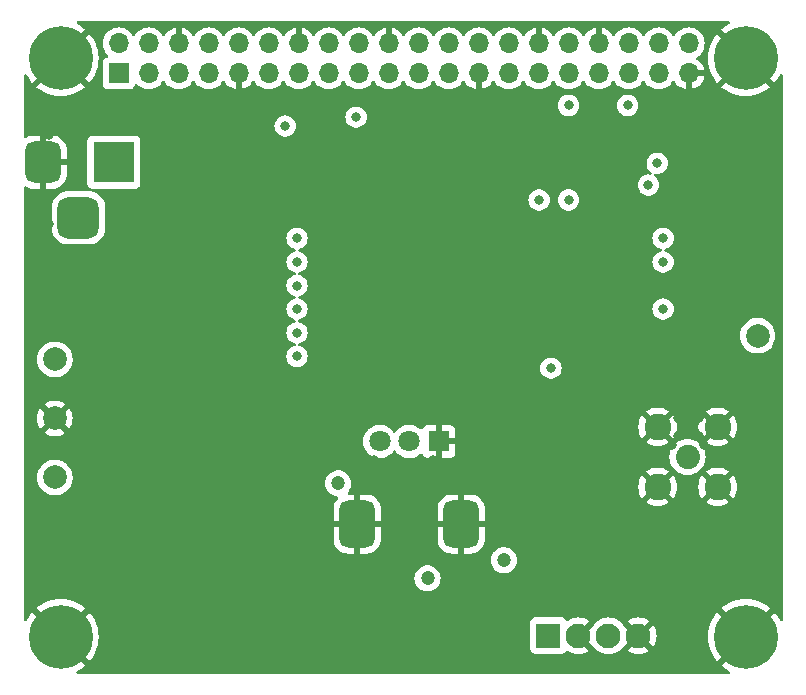
<source format=gbr>
%TF.GenerationSoftware,KiCad,Pcbnew,8.0.2-1*%
%TF.CreationDate,2024-05-25T15:23:03-04:00*%
%TF.ProjectId,Radio HAT,52616469-6f20-4484-9154-2e6b69636164,v1.1*%
%TF.SameCoordinates,Original*%
%TF.FileFunction,Copper,L2,Inr*%
%TF.FilePolarity,Positive*%
%FSLAX46Y46*%
G04 Gerber Fmt 4.6, Leading zero omitted, Abs format (unit mm)*
G04 Created by KiCad (PCBNEW 8.0.2-1) date 2024-05-25 15:23:03*
%MOMM*%
%LPD*%
G01*
G04 APERTURE LIST*
G04 Aperture macros list*
%AMRoundRect*
0 Rectangle with rounded corners*
0 $1 Rounding radius*
0 $2 $3 $4 $5 $6 $7 $8 $9 X,Y pos of 4 corners*
0 Add a 4 corners polygon primitive as box body*
4,1,4,$2,$3,$4,$5,$6,$7,$8,$9,$2,$3,0*
0 Add four circle primitives for the rounded corners*
1,1,$1+$1,$2,$3*
1,1,$1+$1,$4,$5*
1,1,$1+$1,$6,$7*
1,1,$1+$1,$8,$9*
0 Add four rect primitives between the rounded corners*
20,1,$1+$1,$2,$3,$4,$5,0*
20,1,$1+$1,$4,$5,$6,$7,0*
20,1,$1+$1,$6,$7,$8,$9,0*
20,1,$1+$1,$8,$9,$2,$3,0*%
G04 Aperture macros list end*
%TA.AperFunction,ComponentPad*%
%ADD10R,2.100000X2.100000*%
%TD*%
%TA.AperFunction,ComponentPad*%
%ADD11C,2.100000*%
%TD*%
%TA.AperFunction,ComponentPad*%
%ADD12C,0.800000*%
%TD*%
%TA.AperFunction,ComponentPad*%
%ADD13C,5.400000*%
%TD*%
%TA.AperFunction,ComponentPad*%
%ADD14C,2.000000*%
%TD*%
%TA.AperFunction,ComponentPad*%
%ADD15R,1.800000X1.800000*%
%TD*%
%TA.AperFunction,ComponentPad*%
%ADD16C,1.800000*%
%TD*%
%TA.AperFunction,ComponentPad*%
%ADD17RoundRect,0.750000X-0.750000X1.250000X-0.750000X-1.250000X0.750000X-1.250000X0.750000X1.250000X0*%
%TD*%
%TA.AperFunction,ComponentPad*%
%ADD18C,2.050000*%
%TD*%
%TA.AperFunction,ComponentPad*%
%ADD19C,2.250000*%
%TD*%
%TA.AperFunction,ComponentPad*%
%ADD20R,1.700000X1.700000*%
%TD*%
%TA.AperFunction,ComponentPad*%
%ADD21O,1.700000X1.700000*%
%TD*%
%TA.AperFunction,ComponentPad*%
%ADD22R,3.500000X3.500000*%
%TD*%
%TA.AperFunction,ComponentPad*%
%ADD23RoundRect,0.750000X-0.750000X-1.000000X0.750000X-1.000000X0.750000X1.000000X-0.750000X1.000000X0*%
%TD*%
%TA.AperFunction,ComponentPad*%
%ADD24RoundRect,0.875000X-0.875000X-0.875000X0.875000X-0.875000X0.875000X0.875000X-0.875000X0.875000X0*%
%TD*%
%TA.AperFunction,ViaPad*%
%ADD25C,0.800000*%
%TD*%
%TA.AperFunction,ViaPad*%
%ADD26C,1.200000*%
%TD*%
G04 APERTURE END LIST*
D10*
X144780000Y-152400000D03*
D11*
X147320000Y-152400000D03*
X149860000Y-152400000D03*
X152400000Y-152400000D03*
D12*
X159475000Y-152500000D03*
X160068109Y-151068109D03*
X160068109Y-153931891D03*
X161500000Y-150475000D03*
D13*
X161500000Y-152500000D03*
D12*
X161500000Y-154525000D03*
X162931891Y-151068109D03*
X162931891Y-153931891D03*
X163525000Y-152500000D03*
D14*
X103000000Y-139000000D03*
X103000000Y-134000000D03*
D12*
X101475000Y-152500000D03*
X102068109Y-151068109D03*
X102068109Y-153931891D03*
X103500000Y-150475000D03*
D13*
X103500000Y-152500000D03*
D12*
X103500000Y-154525000D03*
X104931891Y-151068109D03*
X104931891Y-153931891D03*
X105525000Y-152500000D03*
D15*
X135500000Y-135950000D03*
D16*
X133000000Y-135950000D03*
X130500000Y-135950000D03*
D17*
X137400000Y-142950000D03*
X128600000Y-142950000D03*
D18*
X156567500Y-137250000D03*
D19*
X154027500Y-134710000D03*
X154027500Y-139790000D03*
X159107500Y-134710000D03*
X159107500Y-139790000D03*
D12*
X159475000Y-103500000D03*
X160068109Y-102068109D03*
X160068109Y-104931891D03*
X161500000Y-101475000D03*
D13*
X161500000Y-103500000D03*
D12*
X161500000Y-105525000D03*
X162931891Y-102068109D03*
X162931891Y-104931891D03*
X163525000Y-103500000D03*
D20*
X108400000Y-104790000D03*
D21*
X108400000Y-102250000D03*
X110940000Y-104790000D03*
X110940000Y-102250000D03*
X113480000Y-104790000D03*
X113480000Y-102250000D03*
X116020000Y-104790000D03*
X116020000Y-102250000D03*
X118560000Y-104790000D03*
X118560000Y-102250000D03*
X121100000Y-104790000D03*
X121100000Y-102250000D03*
X123640000Y-104790000D03*
X123640000Y-102250000D03*
X126180000Y-104790000D03*
X126180000Y-102250000D03*
X128720000Y-104790000D03*
X128720000Y-102250000D03*
X131260000Y-104790000D03*
X131260000Y-102250000D03*
X133800000Y-104790000D03*
X133800000Y-102250000D03*
X136340000Y-104790000D03*
X136340000Y-102250000D03*
X138880000Y-104790000D03*
X138880000Y-102250000D03*
X141420000Y-104790000D03*
X141420000Y-102250000D03*
X143960000Y-104790000D03*
X143960000Y-102250000D03*
X146500000Y-104790000D03*
X146500000Y-102250000D03*
X149040000Y-104790000D03*
X149040000Y-102250000D03*
X151580000Y-104790000D03*
X151580000Y-102250000D03*
X154120000Y-104790000D03*
X154120000Y-102250000D03*
X156660000Y-104790000D03*
X156660000Y-102250000D03*
D14*
X162500000Y-127000000D03*
D22*
X108000000Y-112300000D03*
D23*
X102000000Y-112300000D03*
D24*
X105000000Y-117000000D03*
D14*
X103000000Y-129000000D03*
D12*
X101475000Y-103500000D03*
X102068109Y-102068109D03*
X102068109Y-104931891D03*
X103500000Y-101475000D03*
D13*
X103500000Y-103500000D03*
D12*
X103500000Y-105525000D03*
X104931891Y-102068109D03*
X104931891Y-104931891D03*
X105525000Y-103500000D03*
D25*
X112500000Y-112500000D03*
X147500000Y-127500000D03*
X135000000Y-137500000D03*
X122500000Y-132500000D03*
X152500000Y-145000000D03*
X157500000Y-133000000D03*
X162500000Y-115000000D03*
X157500000Y-134000000D03*
X115000000Y-132500000D03*
X140000000Y-112500000D03*
X154750000Y-128000000D03*
X130000000Y-137500000D03*
D26*
X136967500Y-120250000D03*
D25*
X155000000Y-147500000D03*
D26*
X146967500Y-120250000D03*
D25*
X155250000Y-136250000D03*
X158500000Y-131000000D03*
X102500000Y-122500000D03*
X115000000Y-130000000D03*
X162500000Y-110000000D03*
X152500000Y-147500000D03*
X117500000Y-110000000D03*
X140000000Y-147500000D03*
X137500000Y-135000000D03*
X127500000Y-137500000D03*
X162000000Y-124000000D03*
X142500000Y-110000000D03*
X147500000Y-130000000D03*
X107500000Y-125000000D03*
D26*
X119467500Y-130750000D03*
D25*
X145000000Y-145000000D03*
X162000000Y-134000000D03*
X155750000Y-132000000D03*
X142500000Y-107500000D03*
X142500000Y-115000000D03*
X157500000Y-145000000D03*
X150000000Y-117500000D03*
X125000000Y-147500000D03*
X162000000Y-131000000D03*
X162000000Y-137000000D03*
X157500000Y-132000000D03*
X152500000Y-130000000D03*
X147500000Y-125000000D03*
X150000000Y-132500000D03*
D26*
X146967500Y-123750000D03*
D25*
X160000000Y-110000000D03*
X127500000Y-127500000D03*
X160000000Y-129000000D03*
X158967500Y-137250000D03*
X115000000Y-137500000D03*
X150000000Y-115000000D03*
X157500000Y-135500000D03*
X140000000Y-107500000D03*
X137500000Y-137500000D03*
X127500000Y-135000000D03*
X150000000Y-130000000D03*
X105000000Y-120000000D03*
X155750000Y-133000000D03*
X105000000Y-107500000D03*
X154750000Y-130000000D03*
X107500000Y-107500000D03*
X158500000Y-130000000D03*
X158500000Y-128000000D03*
X133223000Y-107492800D03*
X154750000Y-132000000D03*
X142500000Y-145000000D03*
X140000000Y-115000000D03*
X118500000Y-120000000D03*
X107500000Y-120000000D03*
X158500000Y-129000000D03*
X162000000Y-140000000D03*
X117500000Y-132500000D03*
D26*
X136967500Y-123750000D03*
D25*
X155000000Y-145000000D03*
D26*
X141967500Y-120250000D03*
D25*
X125000000Y-135000000D03*
X122500000Y-147500000D03*
X142500000Y-112500000D03*
X142500000Y-117500000D03*
X115000000Y-135000000D03*
X105000000Y-125000000D03*
X102500000Y-115000000D03*
X120000000Y-115000000D03*
X125000000Y-132500000D03*
X160000000Y-117500000D03*
X105000000Y-122500000D03*
X160000000Y-115000000D03*
X155750000Y-134000000D03*
X127500000Y-147500000D03*
X162500000Y-112500000D03*
X142500000Y-147500000D03*
X125000000Y-130000000D03*
X132500000Y-147500000D03*
X137500000Y-140000000D03*
X158000000Y-136250000D03*
X145000000Y-125000000D03*
X105000000Y-110000000D03*
X107500000Y-122500000D03*
X105000000Y-112500000D03*
X117500000Y-130000000D03*
X120000000Y-112500000D03*
X117500000Y-137500000D03*
X137500000Y-147500000D03*
X145000000Y-127500000D03*
X120000000Y-135000000D03*
X140000000Y-117500000D03*
X150000000Y-127500000D03*
X147500000Y-145000000D03*
X102500000Y-107500000D03*
X120000000Y-110000000D03*
X145000000Y-132500000D03*
X160000000Y-107500000D03*
X117500000Y-112500000D03*
X158500000Y-132000000D03*
X112500000Y-127500000D03*
X135000000Y-140000000D03*
X102500000Y-125000000D03*
X150000000Y-120000000D03*
X130000000Y-147500000D03*
D26*
X125250000Y-113250000D03*
D25*
X150000000Y-125000000D03*
X117500000Y-122500000D03*
X102500000Y-117500000D03*
X162000000Y-119500000D03*
X116500000Y-120000000D03*
X162500000Y-117500000D03*
X137500000Y-117500000D03*
X140000000Y-110000000D03*
X102500000Y-120000000D03*
X155750000Y-135500000D03*
X117500000Y-135000000D03*
X135000000Y-142500000D03*
X140000000Y-145000000D03*
X154750000Y-129000000D03*
X102500000Y-110000000D03*
X154750000Y-131000000D03*
X127500000Y-130000000D03*
X160000000Y-112500000D03*
X152500000Y-132500000D03*
X112500000Y-110000000D03*
X122500000Y-135000000D03*
X147500000Y-147500000D03*
X162500000Y-107500000D03*
D26*
X141967500Y-123750000D03*
D25*
X127500000Y-132500000D03*
X153967500Y-137250000D03*
X151500000Y-107500000D03*
X123500000Y-120750000D03*
X123500000Y-118750000D03*
X123500000Y-122750000D03*
X123500000Y-124750000D03*
X123500000Y-126750000D03*
X145000000Y-129750000D03*
D26*
X141000000Y-146000000D03*
D25*
X146500000Y-107500000D03*
D26*
X127000000Y-139500000D03*
X134550000Y-147550000D03*
D25*
X153250000Y-114250000D03*
X154500000Y-120750000D03*
X154500000Y-118750000D03*
X154000000Y-112400000D03*
X154500000Y-124750000D03*
X146500000Y-115500000D03*
X144000000Y-115500000D03*
X123500000Y-128750000D03*
X128500000Y-108500000D03*
X122500000Y-109250000D03*
%TA.AperFunction,Conductor*%
G36*
X160113418Y-100401185D02*
G01*
X160159173Y-100453989D01*
X160169117Y-100523147D01*
X160140092Y-100586703D01*
X160106360Y-100614028D01*
X159794810Y-100786215D01*
X159794805Y-100786218D01*
X159501693Y-100994193D01*
X159420397Y-101066844D01*
X160209721Y-101856168D01*
X160117837Y-101818109D01*
X160018381Y-101818109D01*
X159926495Y-101856169D01*
X159856169Y-101926495D01*
X159818109Y-102018381D01*
X159818109Y-102117837D01*
X159856168Y-102209721D01*
X159066844Y-101420397D01*
X158994193Y-101501693D01*
X158786218Y-101794805D01*
X158786215Y-101794810D01*
X158612355Y-102109386D01*
X158612353Y-102109390D01*
X158474812Y-102441447D01*
X158375316Y-102786805D01*
X158375314Y-102786814D01*
X158315112Y-103141141D01*
X158315110Y-103141153D01*
X158294958Y-103500000D01*
X158315110Y-103858846D01*
X158315112Y-103858858D01*
X158375314Y-104213185D01*
X158375316Y-104213194D01*
X158474812Y-104558552D01*
X158612353Y-104890609D01*
X158612355Y-104890613D01*
X158786215Y-105205189D01*
X158786218Y-105205194D01*
X158994193Y-105498306D01*
X159066844Y-105579601D01*
X160384728Y-104261717D01*
X160470278Y-104379466D01*
X160620534Y-104529722D01*
X160738281Y-104615270D01*
X160280050Y-105073501D01*
X160318109Y-104981619D01*
X160318109Y-104882163D01*
X160280049Y-104790277D01*
X160209723Y-104719951D01*
X160117837Y-104681891D01*
X160018381Y-104681891D01*
X159926495Y-104719951D01*
X159856169Y-104790277D01*
X159818109Y-104882163D01*
X159818109Y-104981619D01*
X159856169Y-105073505D01*
X159926495Y-105143831D01*
X160018381Y-105181891D01*
X160117837Y-105181891D01*
X160209719Y-105143832D01*
X159420397Y-105933154D01*
X159501693Y-106005806D01*
X159794805Y-106213781D01*
X159794810Y-106213784D01*
X160109386Y-106387644D01*
X160109390Y-106387646D01*
X160441447Y-106525187D01*
X160786805Y-106624683D01*
X160786814Y-106624685D01*
X161141141Y-106684887D01*
X161141153Y-106684889D01*
X161500000Y-106705041D01*
X161858846Y-106684889D01*
X161858858Y-106684887D01*
X162213185Y-106624685D01*
X162213194Y-106624683D01*
X162558552Y-106525187D01*
X162890609Y-106387646D01*
X162890613Y-106387644D01*
X163205189Y-106213784D01*
X163205194Y-106213781D01*
X163498299Y-106005811D01*
X163498322Y-106005793D01*
X163579602Y-105933155D01*
X163579602Y-105933154D01*
X162790279Y-105143832D01*
X162882163Y-105181891D01*
X162981619Y-105181891D01*
X163073505Y-105143831D01*
X163143831Y-105073505D01*
X163181891Y-104981619D01*
X163181891Y-104882163D01*
X163143832Y-104790279D01*
X163933154Y-105579602D01*
X163933155Y-105579602D01*
X164005793Y-105498322D01*
X164005811Y-105498299D01*
X164213781Y-105205194D01*
X164213784Y-105205189D01*
X164385972Y-104893639D01*
X164435629Y-104844486D01*
X164503977Y-104829983D01*
X164569316Y-104854733D01*
X164610901Y-104910879D01*
X164618500Y-104953620D01*
X164618500Y-151046379D01*
X164598815Y-151113418D01*
X164546011Y-151159173D01*
X164476853Y-151169117D01*
X164413297Y-151140092D01*
X164385972Y-151106360D01*
X164213784Y-150794810D01*
X164213781Y-150794805D01*
X164005806Y-150501693D01*
X163933154Y-150420397D01*
X163143832Y-151209718D01*
X163181891Y-151117837D01*
X163181891Y-151018381D01*
X163143831Y-150926495D01*
X163073505Y-150856169D01*
X162981619Y-150818109D01*
X162882163Y-150818109D01*
X162790277Y-150856169D01*
X162719951Y-150926495D01*
X162681891Y-151018381D01*
X162681891Y-151117837D01*
X162719951Y-151209723D01*
X162790277Y-151280049D01*
X162882163Y-151318109D01*
X162981619Y-151318109D01*
X163073501Y-151280050D01*
X162615270Y-151738281D01*
X162529722Y-151620534D01*
X162379466Y-151470278D01*
X162261717Y-151384729D01*
X163579601Y-150066844D01*
X163579602Y-150066844D01*
X163498306Y-149994193D01*
X163205194Y-149786218D01*
X163205189Y-149786215D01*
X162890613Y-149612355D01*
X162890609Y-149612353D01*
X162558552Y-149474812D01*
X162213194Y-149375316D01*
X162213185Y-149375314D01*
X161858858Y-149315112D01*
X161858846Y-149315110D01*
X161500000Y-149294958D01*
X161141153Y-149315110D01*
X161141141Y-149315112D01*
X160786814Y-149375314D01*
X160786805Y-149375316D01*
X160441447Y-149474812D01*
X160109390Y-149612353D01*
X160109386Y-149612355D01*
X159794810Y-149786215D01*
X159794805Y-149786218D01*
X159501693Y-149994193D01*
X159420397Y-150066844D01*
X160209721Y-150856168D01*
X160117837Y-150818109D01*
X160018381Y-150818109D01*
X159926495Y-150856169D01*
X159856169Y-150926495D01*
X159818109Y-151018381D01*
X159818109Y-151117837D01*
X159856168Y-151209721D01*
X159066844Y-150420397D01*
X158994193Y-150501693D01*
X158786218Y-150794805D01*
X158786215Y-150794810D01*
X158612355Y-151109386D01*
X158612353Y-151109390D01*
X158474812Y-151441447D01*
X158375316Y-151786805D01*
X158375314Y-151786814D01*
X158315112Y-152141141D01*
X158315110Y-152141153D01*
X158294958Y-152500000D01*
X158315110Y-152858846D01*
X158315112Y-152858858D01*
X158375314Y-153213185D01*
X158375316Y-153213194D01*
X158474812Y-153558552D01*
X158612353Y-153890609D01*
X158612355Y-153890613D01*
X158786215Y-154205189D01*
X158786218Y-154205194D01*
X158994193Y-154498306D01*
X159066844Y-154579601D01*
X160384728Y-153261717D01*
X160470278Y-153379466D01*
X160620534Y-153529722D01*
X160738281Y-153615270D01*
X160280050Y-154073501D01*
X160318109Y-153981619D01*
X160318109Y-153882163D01*
X160280049Y-153790277D01*
X160209723Y-153719951D01*
X160117837Y-153681891D01*
X160018381Y-153681891D01*
X159926495Y-153719951D01*
X159856169Y-153790277D01*
X159818109Y-153882163D01*
X159818109Y-153981619D01*
X159856169Y-154073505D01*
X159926495Y-154143831D01*
X160018381Y-154181891D01*
X160117837Y-154181891D01*
X160209719Y-154143832D01*
X159420397Y-154933154D01*
X159501693Y-155005806D01*
X159794805Y-155213781D01*
X159794810Y-155213784D01*
X160106360Y-155385972D01*
X160155513Y-155435629D01*
X160170016Y-155503977D01*
X160145266Y-155569316D01*
X160089119Y-155610901D01*
X160046379Y-155618500D01*
X104953621Y-155618500D01*
X104886582Y-155598815D01*
X104840827Y-155546011D01*
X104830883Y-155476853D01*
X104859908Y-155413297D01*
X104893640Y-155385972D01*
X105205189Y-155213784D01*
X105205194Y-155213781D01*
X105498299Y-155005811D01*
X105498322Y-155005793D01*
X105579602Y-154933155D01*
X105579602Y-154933154D01*
X104790279Y-154143832D01*
X104882163Y-154181891D01*
X104981619Y-154181891D01*
X105073505Y-154143831D01*
X105143831Y-154073505D01*
X105181891Y-153981619D01*
X105181891Y-153882163D01*
X105143832Y-153790279D01*
X105933154Y-154579602D01*
X105933155Y-154579602D01*
X106005793Y-154498322D01*
X106005811Y-154498299D01*
X106213781Y-154205194D01*
X106213784Y-154205189D01*
X106387644Y-153890613D01*
X106387646Y-153890609D01*
X106525187Y-153558552D01*
X106624683Y-153213194D01*
X106624685Y-153213185D01*
X106684887Y-152858858D01*
X106684889Y-152858846D01*
X106705041Y-152500000D01*
X106684889Y-152141153D01*
X106684887Y-152141141D01*
X106624685Y-151786814D01*
X106624683Y-151786805D01*
X106525187Y-151441447D01*
X106467483Y-151302135D01*
X143229500Y-151302135D01*
X143229500Y-153497870D01*
X143229501Y-153497876D01*
X143235908Y-153557483D01*
X143286202Y-153692328D01*
X143286206Y-153692335D01*
X143372452Y-153807544D01*
X143372455Y-153807547D01*
X143487664Y-153893793D01*
X143487671Y-153893797D01*
X143622517Y-153944091D01*
X143622516Y-153944091D01*
X143629444Y-153944835D01*
X143682127Y-153950500D01*
X145877872Y-153950499D01*
X145937483Y-153944091D01*
X146072331Y-153893796D01*
X146187546Y-153807546D01*
X146265387Y-153703562D01*
X146321319Y-153661694D01*
X146391010Y-153656710D01*
X146429442Y-153672149D01*
X146614138Y-153785331D01*
X146839542Y-153878696D01*
X147076780Y-153935651D01*
X147076779Y-153935651D01*
X147320000Y-153954792D01*
X147563219Y-153935651D01*
X147800457Y-153878696D01*
X148025861Y-153785331D01*
X148227941Y-153661495D01*
X148227941Y-153661494D01*
X147490234Y-152923787D01*
X147532292Y-152912518D01*
X147657708Y-152840110D01*
X147760110Y-152737708D01*
X147832518Y-152612292D01*
X147843787Y-152570234D01*
X148603598Y-153330044D01*
X148638087Y-153356735D01*
X148760241Y-153499759D01*
X148829079Y-153558552D01*
X148945823Y-153658261D01*
X148945826Y-153658262D01*
X149153910Y-153785777D01*
X149379381Y-153879169D01*
X149379378Y-153879169D01*
X149379384Y-153879170D01*
X149379388Y-153879172D01*
X149616698Y-153936146D01*
X149860000Y-153955294D01*
X150103302Y-153936146D01*
X150340612Y-153879172D01*
X150566089Y-153785777D01*
X150774179Y-153658259D01*
X150959759Y-153499759D01*
X151081914Y-153356733D01*
X151104372Y-153342072D01*
X151876212Y-152570233D01*
X151887482Y-152612292D01*
X151959890Y-152737708D01*
X152062292Y-152840110D01*
X152187708Y-152912518D01*
X152229765Y-152923787D01*
X151492057Y-153661494D01*
X151694138Y-153785331D01*
X151919542Y-153878696D01*
X152156780Y-153935651D01*
X152156779Y-153935651D01*
X152400000Y-153954792D01*
X152643219Y-153935651D01*
X152880457Y-153878696D01*
X153105861Y-153785331D01*
X153307941Y-153661495D01*
X153307941Y-153661494D01*
X152570235Y-152923787D01*
X152612292Y-152912518D01*
X152737708Y-152840110D01*
X152840110Y-152737708D01*
X152912518Y-152612292D01*
X152923787Y-152570234D01*
X153661494Y-153307941D01*
X153661495Y-153307941D01*
X153785331Y-153105861D01*
X153878696Y-152880457D01*
X153935651Y-152643219D01*
X153954792Y-152400000D01*
X153935651Y-152156780D01*
X153878696Y-151919542D01*
X153785331Y-151694138D01*
X153661494Y-151492057D01*
X152923787Y-152229764D01*
X152912518Y-152187708D01*
X152840110Y-152062292D01*
X152737708Y-151959890D01*
X152612292Y-151887482D01*
X152570234Y-151876212D01*
X153307941Y-151138504D01*
X153105861Y-151014668D01*
X152880457Y-150921303D01*
X152643219Y-150864348D01*
X152643220Y-150864348D01*
X152400000Y-150845207D01*
X152156780Y-150864348D01*
X151919542Y-150921303D01*
X151694138Y-151014668D01*
X151492057Y-151138504D01*
X152229766Y-151876212D01*
X152187708Y-151887482D01*
X152062292Y-151959890D01*
X151959890Y-152062292D01*
X151887482Y-152187708D01*
X151876212Y-152229766D01*
X151116419Y-151469973D01*
X151081911Y-151443263D01*
X151080360Y-151441447D01*
X150959759Y-151300241D01*
X150806232Y-151169117D01*
X150774176Y-151141738D01*
X150774173Y-151141737D01*
X150566089Y-151014222D01*
X150340618Y-150920830D01*
X150340621Y-150920830D01*
X150234992Y-150895470D01*
X150103302Y-150863854D01*
X150103300Y-150863853D01*
X150103297Y-150863853D01*
X149860000Y-150844706D01*
X149616702Y-150863853D01*
X149616698Y-150863854D01*
X149440301Y-150906204D01*
X149379380Y-150920830D01*
X149153910Y-151014222D01*
X148945826Y-151141737D01*
X148945823Y-151141738D01*
X148760241Y-151300241D01*
X148638088Y-151443263D01*
X148615628Y-151457924D01*
X147843787Y-152229765D01*
X147832518Y-152187708D01*
X147760110Y-152062292D01*
X147657708Y-151959890D01*
X147532292Y-151887482D01*
X147490234Y-151876212D01*
X148227941Y-151138504D01*
X148025861Y-151014668D01*
X147800457Y-150921303D01*
X147563219Y-150864348D01*
X147563220Y-150864348D01*
X147320000Y-150845207D01*
X147076780Y-150864348D01*
X146839542Y-150921303D01*
X146614140Y-151014667D01*
X146429441Y-151127851D01*
X146361996Y-151146095D01*
X146295393Y-151124978D01*
X146265385Y-151096434D01*
X146259909Y-151089119D01*
X146187546Y-150992454D01*
X146164709Y-150975358D01*
X146072335Y-150906206D01*
X146072328Y-150906202D01*
X145937482Y-150855908D01*
X145937483Y-150855908D01*
X145877883Y-150849501D01*
X145877881Y-150849500D01*
X145877873Y-150849500D01*
X145877864Y-150849500D01*
X143682129Y-150849500D01*
X143682123Y-150849501D01*
X143622516Y-150855908D01*
X143487671Y-150906202D01*
X143487664Y-150906206D01*
X143372455Y-150992452D01*
X143372452Y-150992455D01*
X143286206Y-151107664D01*
X143286202Y-151107671D01*
X143235908Y-151242517D01*
X143229501Y-151302116D01*
X143229500Y-151302135D01*
X106467483Y-151302135D01*
X106387646Y-151109390D01*
X106387644Y-151109386D01*
X106213784Y-150794810D01*
X106213781Y-150794805D01*
X106005806Y-150501693D01*
X105933154Y-150420397D01*
X105143832Y-151209718D01*
X105181891Y-151117837D01*
X105181891Y-151018381D01*
X105143831Y-150926495D01*
X105073505Y-150856169D01*
X104981619Y-150818109D01*
X104882163Y-150818109D01*
X104790277Y-150856169D01*
X104719951Y-150926495D01*
X104681891Y-151018381D01*
X104681891Y-151117837D01*
X104719951Y-151209723D01*
X104790277Y-151280049D01*
X104882163Y-151318109D01*
X104981619Y-151318109D01*
X105073500Y-151280050D01*
X104615270Y-151738281D01*
X104529722Y-151620534D01*
X104379466Y-151470278D01*
X104261717Y-151384729D01*
X105579601Y-150066844D01*
X105579602Y-150066844D01*
X105498306Y-149994193D01*
X105205194Y-149786218D01*
X105205189Y-149786215D01*
X104890613Y-149612355D01*
X104890609Y-149612353D01*
X104558552Y-149474812D01*
X104213194Y-149375316D01*
X104213185Y-149375314D01*
X103858858Y-149315112D01*
X103858846Y-149315110D01*
X103500000Y-149294958D01*
X103141153Y-149315110D01*
X103141141Y-149315112D01*
X102786814Y-149375314D01*
X102786805Y-149375316D01*
X102441447Y-149474812D01*
X102109390Y-149612353D01*
X102109386Y-149612355D01*
X101794810Y-149786215D01*
X101794805Y-149786218D01*
X101501693Y-149994193D01*
X101420397Y-150066844D01*
X102209721Y-150856168D01*
X102117837Y-150818109D01*
X102018381Y-150818109D01*
X101926495Y-150856169D01*
X101856169Y-150926495D01*
X101818109Y-151018381D01*
X101818109Y-151117837D01*
X101856168Y-151209721D01*
X101066844Y-150420397D01*
X100994193Y-150501693D01*
X100786218Y-150794805D01*
X100786215Y-150794810D01*
X100614028Y-151106360D01*
X100564371Y-151155513D01*
X100496023Y-151170016D01*
X100430684Y-151145266D01*
X100389099Y-151089119D01*
X100381500Y-151046379D01*
X100381500Y-147549999D01*
X133444785Y-147549999D01*
X133444785Y-147550000D01*
X133463602Y-147753082D01*
X133519417Y-147949247D01*
X133519422Y-147949260D01*
X133610327Y-148131821D01*
X133733237Y-148294581D01*
X133883958Y-148431980D01*
X133883960Y-148431982D01*
X133983141Y-148493392D01*
X134057363Y-148539348D01*
X134247544Y-148613024D01*
X134448024Y-148650500D01*
X134448026Y-148650500D01*
X134651974Y-148650500D01*
X134651976Y-148650500D01*
X134852456Y-148613024D01*
X135042637Y-148539348D01*
X135216041Y-148431981D01*
X135366764Y-148294579D01*
X135489673Y-148131821D01*
X135580582Y-147949250D01*
X135636397Y-147753083D01*
X135655215Y-147550000D01*
X135636397Y-147346917D01*
X135580582Y-147150750D01*
X135489673Y-146968179D01*
X135366764Y-146805421D01*
X135366762Y-146805418D01*
X135216041Y-146668019D01*
X135216039Y-146668017D01*
X135042642Y-146560655D01*
X135042635Y-146560651D01*
X134947546Y-146523814D01*
X134852456Y-146486976D01*
X134651976Y-146449500D01*
X134448024Y-146449500D01*
X134247544Y-146486976D01*
X134247541Y-146486976D01*
X134247541Y-146486977D01*
X134057364Y-146560651D01*
X134057357Y-146560655D01*
X133883960Y-146668017D01*
X133883958Y-146668019D01*
X133733237Y-146805418D01*
X133610327Y-146968178D01*
X133519422Y-147150739D01*
X133519417Y-147150752D01*
X133463602Y-147346917D01*
X133444785Y-147549999D01*
X100381500Y-147549999D01*
X100381500Y-145999999D01*
X139894785Y-145999999D01*
X139894785Y-146000000D01*
X139913602Y-146203082D01*
X139969417Y-146399247D01*
X139969422Y-146399260D01*
X140060327Y-146581821D01*
X140183237Y-146744581D01*
X140333958Y-146881980D01*
X140333960Y-146881982D01*
X140433141Y-146943392D01*
X140507363Y-146989348D01*
X140697544Y-147063024D01*
X140898024Y-147100500D01*
X140898026Y-147100500D01*
X141101974Y-147100500D01*
X141101976Y-147100500D01*
X141302456Y-147063024D01*
X141492637Y-146989348D01*
X141666041Y-146881981D01*
X141816764Y-146744579D01*
X141939673Y-146581821D01*
X142030582Y-146399250D01*
X142086397Y-146203083D01*
X142105215Y-146000000D01*
X142086397Y-145796917D01*
X142030582Y-145600750D01*
X141939673Y-145418179D01*
X141816764Y-145255421D01*
X141816762Y-145255418D01*
X141666041Y-145118019D01*
X141666039Y-145118017D01*
X141492642Y-145010655D01*
X141492635Y-145010651D01*
X141397546Y-144973814D01*
X141302456Y-144936976D01*
X141101976Y-144899500D01*
X140898024Y-144899500D01*
X140697544Y-144936976D01*
X140697541Y-144936976D01*
X140697541Y-144936977D01*
X140507364Y-145010651D01*
X140507357Y-145010655D01*
X140333960Y-145118017D01*
X140333958Y-145118019D01*
X140183237Y-145255418D01*
X140060327Y-145418178D01*
X139969422Y-145600739D01*
X139969417Y-145600752D01*
X139913602Y-145796917D01*
X139894785Y-145999999D01*
X100381500Y-145999999D01*
X100381500Y-138999994D01*
X101494357Y-138999994D01*
X101494357Y-139000005D01*
X101514890Y-139247812D01*
X101514892Y-139247824D01*
X101575936Y-139488881D01*
X101675826Y-139716606D01*
X101811833Y-139924782D01*
X101811836Y-139924785D01*
X101980256Y-140107738D01*
X102176491Y-140260474D01*
X102395190Y-140378828D01*
X102630386Y-140459571D01*
X102875665Y-140500500D01*
X103124335Y-140500500D01*
X103369614Y-140459571D01*
X103604810Y-140378828D01*
X103823509Y-140260474D01*
X104019744Y-140107738D01*
X104188164Y-139924785D01*
X104324173Y-139716607D01*
X104419186Y-139499999D01*
X125894785Y-139499999D01*
X125894785Y-139500000D01*
X125913602Y-139703082D01*
X125969417Y-139899247D01*
X125969422Y-139899260D01*
X126060327Y-140081821D01*
X126183237Y-140244581D01*
X126333958Y-140381980D01*
X126333960Y-140381982D01*
X126412021Y-140430315D01*
X126507363Y-140489348D01*
X126697544Y-140563024D01*
X126898024Y-140600500D01*
X126898026Y-140600500D01*
X126903659Y-140601553D01*
X126903273Y-140603617D01*
X126959561Y-140625949D01*
X127000266Y-140682737D01*
X127003808Y-140752517D01*
X126970895Y-140811339D01*
X126886564Y-140895670D01*
X126886559Y-140895676D01*
X126758431Y-141080619D01*
X126758428Y-141080625D01*
X126665377Y-141285480D01*
X126610400Y-141503667D01*
X126600000Y-141635803D01*
X126600000Y-142700000D01*
X127702259Y-142700000D01*
X127700000Y-142711358D01*
X127700000Y-143188642D01*
X127702259Y-143200000D01*
X126600001Y-143200000D01*
X126600001Y-144264197D01*
X126610400Y-144396332D01*
X126665377Y-144614519D01*
X126758428Y-144819374D01*
X126758431Y-144819380D01*
X126886559Y-145004323D01*
X126886569Y-145004335D01*
X127045664Y-145163430D01*
X127045676Y-145163440D01*
X127230619Y-145291568D01*
X127230625Y-145291571D01*
X127435480Y-145384622D01*
X127653667Y-145439599D01*
X127785810Y-145449999D01*
X128349999Y-145449999D01*
X128350000Y-145449998D01*
X128350000Y-143967904D01*
X128511358Y-144000000D01*
X128688642Y-144000000D01*
X128850000Y-143967904D01*
X128850000Y-145449999D01*
X129414182Y-145449999D01*
X129414197Y-145449998D01*
X129546332Y-145439599D01*
X129764519Y-145384622D01*
X129969374Y-145291571D01*
X129969380Y-145291568D01*
X130154323Y-145163440D01*
X130154335Y-145163430D01*
X130313430Y-145004335D01*
X130313440Y-145004323D01*
X130441568Y-144819380D01*
X130441571Y-144819374D01*
X130534622Y-144614519D01*
X130589599Y-144396332D01*
X130599999Y-144264196D01*
X130600000Y-144264184D01*
X130600000Y-143200000D01*
X129497741Y-143200000D01*
X129500000Y-143188642D01*
X129500000Y-142711358D01*
X129497741Y-142700000D01*
X130599999Y-142700000D01*
X130599999Y-141635817D01*
X130599998Y-141635803D01*
X135400000Y-141635803D01*
X135400000Y-142700000D01*
X136502259Y-142700000D01*
X136500000Y-142711358D01*
X136500000Y-143188642D01*
X136502259Y-143200000D01*
X135400001Y-143200000D01*
X135400001Y-144264197D01*
X135410400Y-144396332D01*
X135465377Y-144614519D01*
X135558428Y-144819374D01*
X135558431Y-144819380D01*
X135686559Y-145004323D01*
X135686569Y-145004335D01*
X135845664Y-145163430D01*
X135845676Y-145163440D01*
X136030619Y-145291568D01*
X136030625Y-145291571D01*
X136235480Y-145384622D01*
X136453667Y-145439599D01*
X136585810Y-145449999D01*
X137149999Y-145449999D01*
X137150000Y-145449998D01*
X137150000Y-143967904D01*
X137311358Y-144000000D01*
X137488642Y-144000000D01*
X137650000Y-143967904D01*
X137650000Y-145449999D01*
X138214182Y-145449999D01*
X138214197Y-145449998D01*
X138346332Y-145439599D01*
X138564519Y-145384622D01*
X138769374Y-145291571D01*
X138769380Y-145291568D01*
X138954323Y-145163440D01*
X138954335Y-145163430D01*
X139113430Y-145004335D01*
X139113440Y-145004323D01*
X139241568Y-144819380D01*
X139241571Y-144819374D01*
X139334622Y-144614519D01*
X139389599Y-144396332D01*
X139399999Y-144264196D01*
X139400000Y-144264184D01*
X139400000Y-143200000D01*
X138297741Y-143200000D01*
X138300000Y-143188642D01*
X138300000Y-142711358D01*
X138297741Y-142700000D01*
X139399999Y-142700000D01*
X139399999Y-141635817D01*
X139399998Y-141635802D01*
X139389599Y-141503667D01*
X139334622Y-141285480D01*
X139241571Y-141080625D01*
X139241568Y-141080619D01*
X139113440Y-140895676D01*
X139113430Y-140895664D01*
X138954335Y-140736569D01*
X138954323Y-140736559D01*
X138769380Y-140608431D01*
X138769374Y-140608428D01*
X138564519Y-140515377D01*
X138346332Y-140460400D01*
X138214196Y-140450000D01*
X137650000Y-140450000D01*
X137650000Y-141932095D01*
X137488642Y-141900000D01*
X137311358Y-141900000D01*
X137150000Y-141932095D01*
X137150000Y-140450000D01*
X136585817Y-140450000D01*
X136585802Y-140450001D01*
X136453667Y-140460400D01*
X136235480Y-140515377D01*
X136030625Y-140608428D01*
X136030619Y-140608431D01*
X135845676Y-140736559D01*
X135845664Y-140736569D01*
X135686569Y-140895664D01*
X135686559Y-140895676D01*
X135558431Y-141080619D01*
X135558428Y-141080625D01*
X135465377Y-141285480D01*
X135410400Y-141503667D01*
X135400000Y-141635803D01*
X130599998Y-141635803D01*
X130599998Y-141635802D01*
X130589599Y-141503667D01*
X130534622Y-141285480D01*
X130441571Y-141080625D01*
X130441568Y-141080619D01*
X130313440Y-140895676D01*
X130313430Y-140895664D01*
X130154335Y-140736569D01*
X130154323Y-140736559D01*
X129969380Y-140608431D01*
X129969374Y-140608428D01*
X129764519Y-140515377D01*
X129546332Y-140460400D01*
X129414196Y-140450000D01*
X128850000Y-140450000D01*
X128850000Y-141932095D01*
X128688642Y-141900000D01*
X128511358Y-141900000D01*
X128350000Y-141932095D01*
X128350000Y-140450000D01*
X127910330Y-140450000D01*
X127843291Y-140430315D01*
X127797536Y-140377511D01*
X127787592Y-140308353D01*
X127814289Y-140249894D01*
X127813309Y-140249154D01*
X127920101Y-140107738D01*
X127939673Y-140081821D01*
X128030582Y-139899250D01*
X128061667Y-139790000D01*
X152397475Y-139790000D01*
X152417542Y-140044989D01*
X152477252Y-140293702D01*
X152575134Y-140530012D01*
X152575136Y-140530015D01*
X152708777Y-140748098D01*
X152708784Y-140748107D01*
X152712033Y-140751912D01*
X153273384Y-140190560D01*
X153274240Y-140192626D01*
X153367262Y-140331844D01*
X153485656Y-140450238D01*
X153624874Y-140543260D01*
X153626937Y-140544114D01*
X153065587Y-141105465D01*
X153069397Y-141108719D01*
X153287484Y-141242363D01*
X153287487Y-141242365D01*
X153523797Y-141340247D01*
X153772511Y-141399957D01*
X153772510Y-141399957D01*
X154027500Y-141420024D01*
X154282489Y-141399957D01*
X154531202Y-141340247D01*
X154767512Y-141242365D01*
X154767515Y-141242363D01*
X154985595Y-141108724D01*
X154985610Y-141108713D01*
X154989411Y-141105466D01*
X154989411Y-141105464D01*
X154428062Y-140544114D01*
X154430126Y-140543260D01*
X154569344Y-140450238D01*
X154687738Y-140331844D01*
X154780760Y-140192626D01*
X154781614Y-140190561D01*
X155342964Y-140751911D01*
X155342966Y-140751911D01*
X155346213Y-140748110D01*
X155346224Y-140748095D01*
X155479863Y-140530015D01*
X155479865Y-140530012D01*
X155577747Y-140293702D01*
X155637457Y-140044989D01*
X155657524Y-139790000D01*
X157477475Y-139790000D01*
X157497542Y-140044989D01*
X157557252Y-140293702D01*
X157655134Y-140530012D01*
X157655136Y-140530015D01*
X157788777Y-140748098D01*
X157788784Y-140748107D01*
X157792033Y-140751912D01*
X158353384Y-140190560D01*
X158354240Y-140192626D01*
X158447262Y-140331844D01*
X158565656Y-140450238D01*
X158704874Y-140543260D01*
X158706937Y-140544114D01*
X158145587Y-141105465D01*
X158149397Y-141108719D01*
X158367484Y-141242363D01*
X158367487Y-141242365D01*
X158603797Y-141340247D01*
X158852511Y-141399957D01*
X158852510Y-141399957D01*
X159107500Y-141420024D01*
X159362489Y-141399957D01*
X159611202Y-141340247D01*
X159847512Y-141242365D01*
X159847515Y-141242363D01*
X160065595Y-141108724D01*
X160065610Y-141108713D01*
X160069411Y-141105466D01*
X160069411Y-141105464D01*
X159508062Y-140544114D01*
X159510126Y-140543260D01*
X159649344Y-140450238D01*
X159767738Y-140331844D01*
X159860760Y-140192626D01*
X159861614Y-140190562D01*
X160422964Y-140751911D01*
X160422966Y-140751911D01*
X160426213Y-140748110D01*
X160426224Y-140748095D01*
X160559863Y-140530015D01*
X160559865Y-140530012D01*
X160657747Y-140293702D01*
X160717457Y-140044989D01*
X160737524Y-139790000D01*
X160717457Y-139535010D01*
X160657747Y-139286297D01*
X160559865Y-139049987D01*
X160559863Y-139049984D01*
X160426219Y-138831897D01*
X160422965Y-138828087D01*
X159861614Y-139389437D01*
X159860760Y-139387374D01*
X159767738Y-139248156D01*
X159649344Y-139129762D01*
X159510126Y-139036740D01*
X159508061Y-139035884D01*
X160069412Y-138474533D01*
X160065607Y-138471284D01*
X160065598Y-138471277D01*
X159847515Y-138337636D01*
X159847512Y-138337634D01*
X159611202Y-138239752D01*
X159362488Y-138180042D01*
X159362489Y-138180042D01*
X159107500Y-138159975D01*
X158852510Y-138180042D01*
X158603797Y-138239752D01*
X158367487Y-138337634D01*
X158367484Y-138337636D01*
X158149393Y-138471282D01*
X158145586Y-138474532D01*
X158706938Y-139035884D01*
X158704874Y-139036740D01*
X158565656Y-139129762D01*
X158447262Y-139248156D01*
X158354240Y-139387374D01*
X158353384Y-139389438D01*
X157792032Y-138828086D01*
X157788782Y-138831893D01*
X157655136Y-139049984D01*
X157655134Y-139049987D01*
X157557252Y-139286297D01*
X157497542Y-139535010D01*
X157477475Y-139790000D01*
X155657524Y-139790000D01*
X155637457Y-139535010D01*
X155577747Y-139286297D01*
X155479865Y-139049987D01*
X155479863Y-139049984D01*
X155346219Y-138831897D01*
X155342965Y-138828087D01*
X154781614Y-139389437D01*
X154780760Y-139387374D01*
X154687738Y-139248156D01*
X154569344Y-139129762D01*
X154430126Y-139036740D01*
X154428061Y-139035884D01*
X154989412Y-138474533D01*
X154985607Y-138471284D01*
X154985598Y-138471277D01*
X154767515Y-138337636D01*
X154767512Y-138337634D01*
X154531202Y-138239752D01*
X154282488Y-138180042D01*
X154282489Y-138180042D01*
X154027500Y-138159975D01*
X153772510Y-138180042D01*
X153523797Y-138239752D01*
X153287487Y-138337634D01*
X153287484Y-138337636D01*
X153069393Y-138471282D01*
X153065586Y-138474532D01*
X153626938Y-139035884D01*
X153624874Y-139036740D01*
X153485656Y-139129762D01*
X153367262Y-139248156D01*
X153274240Y-139387374D01*
X153273384Y-139389438D01*
X152712032Y-138828086D01*
X152708782Y-138831893D01*
X152575136Y-139049984D01*
X152575134Y-139049987D01*
X152477252Y-139286297D01*
X152417542Y-139535010D01*
X152397475Y-139790000D01*
X128061667Y-139790000D01*
X128086397Y-139703083D01*
X128105215Y-139500000D01*
X128086397Y-139296917D01*
X128030582Y-139100750D01*
X127939673Y-138918179D01*
X127816764Y-138755421D01*
X127816762Y-138755418D01*
X127666041Y-138618019D01*
X127666039Y-138618017D01*
X127492642Y-138510655D01*
X127492635Y-138510651D01*
X127390998Y-138471277D01*
X127302456Y-138436976D01*
X127101976Y-138399500D01*
X126898024Y-138399500D01*
X126697544Y-138436976D01*
X126697541Y-138436976D01*
X126697541Y-138436977D01*
X126507364Y-138510651D01*
X126507357Y-138510655D01*
X126333960Y-138618017D01*
X126333958Y-138618019D01*
X126183237Y-138755418D01*
X126060327Y-138918178D01*
X125969422Y-139100739D01*
X125969417Y-139100752D01*
X125913602Y-139296917D01*
X125894785Y-139499999D01*
X104419186Y-139499999D01*
X104424063Y-139488881D01*
X104485108Y-139247821D01*
X104494891Y-139129762D01*
X104505643Y-139000005D01*
X104505643Y-138999994D01*
X104485109Y-138752187D01*
X104485107Y-138752175D01*
X104424063Y-138511118D01*
X104324173Y-138283393D01*
X104188166Y-138075217D01*
X104068018Y-137944702D01*
X104019744Y-137892262D01*
X103823509Y-137739526D01*
X103823507Y-137739525D01*
X103823506Y-137739524D01*
X103604811Y-137621172D01*
X103604802Y-137621169D01*
X103369616Y-137540429D01*
X103124335Y-137499500D01*
X102875665Y-137499500D01*
X102630383Y-137540429D01*
X102395197Y-137621169D01*
X102395188Y-137621172D01*
X102176493Y-137739524D01*
X101980257Y-137892261D01*
X101811833Y-138075217D01*
X101675826Y-138283393D01*
X101575936Y-138511118D01*
X101514892Y-138752175D01*
X101514890Y-138752187D01*
X101494357Y-138999994D01*
X100381500Y-138999994D01*
X100381500Y-135949993D01*
X129094700Y-135949993D01*
X129094700Y-135950006D01*
X129113864Y-136181297D01*
X129113866Y-136181308D01*
X129170842Y-136406300D01*
X129264075Y-136618848D01*
X129391016Y-136813147D01*
X129391019Y-136813151D01*
X129391021Y-136813153D01*
X129548216Y-136983913D01*
X129548219Y-136983915D01*
X129548222Y-136983918D01*
X129731365Y-137126464D01*
X129731371Y-137126468D01*
X129731374Y-137126470D01*
X129935497Y-137236936D01*
X130049487Y-137276068D01*
X130155015Y-137312297D01*
X130155017Y-137312297D01*
X130155019Y-137312298D01*
X130383951Y-137350500D01*
X130383952Y-137350500D01*
X130616048Y-137350500D01*
X130616049Y-137350500D01*
X130844981Y-137312298D01*
X131064503Y-137236936D01*
X131268626Y-137126470D01*
X131451784Y-136983913D01*
X131608979Y-136813153D01*
X131632504Y-136777146D01*
X131646191Y-136756196D01*
X131699337Y-136710839D01*
X131768569Y-136701415D01*
X131831904Y-136730917D01*
X131853809Y-136756196D01*
X131891016Y-136813147D01*
X131891019Y-136813151D01*
X131891021Y-136813153D01*
X132048216Y-136983913D01*
X132048219Y-136983915D01*
X132048222Y-136983918D01*
X132231365Y-137126464D01*
X132231371Y-137126468D01*
X132231374Y-137126470D01*
X132435497Y-137236936D01*
X132549487Y-137276068D01*
X132655015Y-137312297D01*
X132655017Y-137312297D01*
X132655019Y-137312298D01*
X132883951Y-137350500D01*
X132883952Y-137350500D01*
X133116048Y-137350500D01*
X133116049Y-137350500D01*
X133344981Y-137312298D01*
X133564503Y-137236936D01*
X133768626Y-137126470D01*
X133945978Y-136988431D01*
X134010969Y-136962790D01*
X134079509Y-136976356D01*
X134129834Y-137024824D01*
X134138320Y-137042953D01*
X134156645Y-137092086D01*
X134156649Y-137092093D01*
X134242809Y-137207187D01*
X134242812Y-137207190D01*
X134357906Y-137293350D01*
X134357913Y-137293354D01*
X134492620Y-137343596D01*
X134492627Y-137343598D01*
X134552155Y-137349999D01*
X134552172Y-137350000D01*
X135250000Y-137350000D01*
X135250000Y-136383012D01*
X135307007Y-136415925D01*
X135434174Y-136450000D01*
X135565826Y-136450000D01*
X135692993Y-136415925D01*
X135750000Y-136383012D01*
X135750000Y-137350000D01*
X136447828Y-137350000D01*
X136447844Y-137349999D01*
X136507372Y-137343598D01*
X136507379Y-137343596D01*
X136642086Y-137293354D01*
X136642093Y-137293350D01*
X136700001Y-137250000D01*
X155037283Y-137250000D01*
X155056123Y-137489382D01*
X155112174Y-137722853D01*
X155112178Y-137722865D01*
X155204065Y-137944702D01*
X155284045Y-138075217D01*
X155329528Y-138149439D01*
X155485473Y-138332027D01*
X155668061Y-138487972D01*
X155668063Y-138487973D01*
X155872797Y-138613434D01*
X155969547Y-138653508D01*
X156094637Y-138705323D01*
X156328121Y-138761377D01*
X156567500Y-138780217D01*
X156806879Y-138761377D01*
X157040363Y-138705323D01*
X157233865Y-138625171D01*
X157262202Y-138613434D01*
X157262204Y-138613433D01*
X157466939Y-138487972D01*
X157649527Y-138332027D01*
X157805472Y-138149439D01*
X157930933Y-137944704D01*
X158022823Y-137722863D01*
X158078877Y-137489379D01*
X158097717Y-137250000D01*
X158078877Y-137010621D01*
X158022823Y-136777137D01*
X157957257Y-136618848D01*
X157930934Y-136555297D01*
X157805473Y-136350563D01*
X157805472Y-136350561D01*
X157649527Y-136167973D01*
X157466939Y-136012028D01*
X157365728Y-135950006D01*
X157262202Y-135886565D01*
X157040365Y-135794678D01*
X157040367Y-135794678D01*
X157040363Y-135794677D01*
X157040359Y-135794676D01*
X157040353Y-135794674D01*
X156806882Y-135738623D01*
X156567500Y-135719783D01*
X156328117Y-135738623D01*
X156094646Y-135794674D01*
X156094634Y-135794678D01*
X155872797Y-135886565D01*
X155668063Y-136012026D01*
X155485473Y-136167973D01*
X155329526Y-136350563D01*
X155204065Y-136555297D01*
X155112178Y-136777134D01*
X155112174Y-136777146D01*
X155056123Y-137010617D01*
X155037283Y-137250000D01*
X136700001Y-137250000D01*
X136757187Y-137207190D01*
X136757190Y-137207187D01*
X136843350Y-137092093D01*
X136843354Y-137092086D01*
X136893596Y-136957379D01*
X136893598Y-136957372D01*
X136899999Y-136897844D01*
X136900000Y-136897827D01*
X136900000Y-136200000D01*
X135933012Y-136200000D01*
X135965925Y-136142993D01*
X136000000Y-136015826D01*
X136000000Y-135884174D01*
X135965925Y-135757007D01*
X135933012Y-135700000D01*
X136900000Y-135700000D01*
X136900000Y-135002172D01*
X136899999Y-135002155D01*
X136893598Y-134942627D01*
X136893596Y-134942620D01*
X136843354Y-134807913D01*
X136843350Y-134807906D01*
X136770057Y-134710000D01*
X152397475Y-134710000D01*
X152417542Y-134964989D01*
X152477252Y-135213702D01*
X152575134Y-135450012D01*
X152575136Y-135450015D01*
X152708777Y-135668098D01*
X152708784Y-135668107D01*
X152712033Y-135671912D01*
X153273384Y-135110560D01*
X153274240Y-135112626D01*
X153367262Y-135251844D01*
X153485656Y-135370238D01*
X153624874Y-135463260D01*
X153626937Y-135464114D01*
X153065587Y-136025465D01*
X153069397Y-136028719D01*
X153287484Y-136162363D01*
X153287487Y-136162365D01*
X153523797Y-136260247D01*
X153772511Y-136319957D01*
X153772510Y-136319957D01*
X154027500Y-136340024D01*
X154282489Y-136319957D01*
X154531202Y-136260247D01*
X154767512Y-136162365D01*
X154767515Y-136162363D01*
X154985595Y-136028724D01*
X154985610Y-136028713D01*
X154989411Y-136025466D01*
X154989411Y-136025464D01*
X154428062Y-135464114D01*
X154430126Y-135463260D01*
X154569344Y-135370238D01*
X154687738Y-135251844D01*
X154780760Y-135112626D01*
X154781614Y-135110561D01*
X155342964Y-135671911D01*
X155342966Y-135671911D01*
X155346213Y-135668110D01*
X155346224Y-135668095D01*
X155479863Y-135450015D01*
X155479865Y-135450012D01*
X155577747Y-135213702D01*
X155637457Y-134964989D01*
X155657524Y-134710000D01*
X157477475Y-134710000D01*
X157497542Y-134964989D01*
X157557252Y-135213702D01*
X157655134Y-135450012D01*
X157655136Y-135450015D01*
X157788777Y-135668098D01*
X157788784Y-135668107D01*
X157792033Y-135671912D01*
X158353384Y-135110560D01*
X158354240Y-135112626D01*
X158447262Y-135251844D01*
X158565656Y-135370238D01*
X158704874Y-135463260D01*
X158706937Y-135464114D01*
X158145587Y-136025465D01*
X158149397Y-136028719D01*
X158367484Y-136162363D01*
X158367487Y-136162365D01*
X158603797Y-136260247D01*
X158852511Y-136319957D01*
X158852510Y-136319957D01*
X159107500Y-136340024D01*
X159362489Y-136319957D01*
X159611202Y-136260247D01*
X159847512Y-136162365D01*
X159847515Y-136162363D01*
X160065595Y-136028724D01*
X160065610Y-136028713D01*
X160069411Y-136025466D01*
X160069411Y-136025464D01*
X159508062Y-135464114D01*
X159510126Y-135463260D01*
X159649344Y-135370238D01*
X159767738Y-135251844D01*
X159860760Y-135112626D01*
X159861614Y-135110562D01*
X160422964Y-135671911D01*
X160422966Y-135671911D01*
X160426213Y-135668110D01*
X160426224Y-135668095D01*
X160559863Y-135450015D01*
X160559865Y-135450012D01*
X160657747Y-135213702D01*
X160717457Y-134964989D01*
X160737524Y-134710000D01*
X160717457Y-134455010D01*
X160657747Y-134206297D01*
X160559865Y-133969987D01*
X160559863Y-133969984D01*
X160426219Y-133751897D01*
X160422965Y-133748087D01*
X159861614Y-134309437D01*
X159860760Y-134307374D01*
X159767738Y-134168156D01*
X159649344Y-134049762D01*
X159510126Y-133956740D01*
X159508061Y-133955884D01*
X160069412Y-133394533D01*
X160065607Y-133391284D01*
X160065598Y-133391277D01*
X159847515Y-133257636D01*
X159847512Y-133257634D01*
X159611202Y-133159752D01*
X159362488Y-133100042D01*
X159362489Y-133100042D01*
X159107500Y-133079975D01*
X158852510Y-133100042D01*
X158603797Y-133159752D01*
X158367487Y-133257634D01*
X158367484Y-133257636D01*
X158149393Y-133391282D01*
X158145586Y-133394532D01*
X158706938Y-133955884D01*
X158704874Y-133956740D01*
X158565656Y-134049762D01*
X158447262Y-134168156D01*
X158354240Y-134307374D01*
X158353384Y-134309438D01*
X157792032Y-133748086D01*
X157788782Y-133751893D01*
X157655136Y-133969984D01*
X157655134Y-133969987D01*
X157557252Y-134206297D01*
X157497542Y-134455010D01*
X157477475Y-134710000D01*
X155657524Y-134710000D01*
X155637457Y-134455010D01*
X155577747Y-134206297D01*
X155479865Y-133969987D01*
X155479863Y-133969984D01*
X155346219Y-133751897D01*
X155342965Y-133748087D01*
X154781614Y-134309437D01*
X154780760Y-134307374D01*
X154687738Y-134168156D01*
X154569344Y-134049762D01*
X154430126Y-133956740D01*
X154428061Y-133955884D01*
X154989412Y-133394533D01*
X154985607Y-133391284D01*
X154985598Y-133391277D01*
X154767515Y-133257636D01*
X154767512Y-133257634D01*
X154531202Y-133159752D01*
X154282488Y-133100042D01*
X154282489Y-133100042D01*
X154027500Y-133079975D01*
X153772510Y-133100042D01*
X153523797Y-133159752D01*
X153287487Y-133257634D01*
X153287484Y-133257636D01*
X153069393Y-133391282D01*
X153065586Y-133394532D01*
X153626938Y-133955884D01*
X153624874Y-133956740D01*
X153485656Y-134049762D01*
X153367262Y-134168156D01*
X153274240Y-134307374D01*
X153273384Y-134309438D01*
X152712032Y-133748086D01*
X152708782Y-133751893D01*
X152575136Y-133969984D01*
X152575134Y-133969987D01*
X152477252Y-134206297D01*
X152417542Y-134455010D01*
X152397475Y-134710000D01*
X136770057Y-134710000D01*
X136757190Y-134692812D01*
X136757187Y-134692809D01*
X136642093Y-134606649D01*
X136642086Y-134606645D01*
X136507379Y-134556403D01*
X136507372Y-134556401D01*
X136447844Y-134550000D01*
X135750000Y-134550000D01*
X135750000Y-135516988D01*
X135692993Y-135484075D01*
X135565826Y-135450000D01*
X135434174Y-135450000D01*
X135307007Y-135484075D01*
X135250000Y-135516988D01*
X135250000Y-134550000D01*
X134552155Y-134550000D01*
X134492627Y-134556401D01*
X134492620Y-134556403D01*
X134357913Y-134606645D01*
X134357906Y-134606649D01*
X134242812Y-134692809D01*
X134242809Y-134692812D01*
X134156649Y-134807906D01*
X134156646Y-134807911D01*
X134138320Y-134857047D01*
X134096448Y-134912980D01*
X134030984Y-134937397D01*
X133962711Y-134922545D01*
X133945976Y-134911566D01*
X133768634Y-134773535D01*
X133768628Y-134773531D01*
X133564504Y-134663064D01*
X133564495Y-134663061D01*
X133344984Y-134587702D01*
X133157404Y-134556401D01*
X133116049Y-134549500D01*
X132883951Y-134549500D01*
X132842596Y-134556401D01*
X132655015Y-134587702D01*
X132435504Y-134663061D01*
X132435495Y-134663064D01*
X132231371Y-134773531D01*
X132231365Y-134773535D01*
X132048222Y-134916081D01*
X132048219Y-134916084D01*
X132048216Y-134916086D01*
X132048216Y-134916087D01*
X132009692Y-134957936D01*
X131891015Y-135086854D01*
X131853808Y-135143804D01*
X131800662Y-135189161D01*
X131731430Y-135198584D01*
X131668095Y-135169082D01*
X131646192Y-135143804D01*
X131608984Y-135086854D01*
X131608982Y-135086852D01*
X131608979Y-135086847D01*
X131451784Y-134916087D01*
X131451779Y-134916083D01*
X131451777Y-134916081D01*
X131268634Y-134773535D01*
X131268628Y-134773531D01*
X131064504Y-134663064D01*
X131064495Y-134663061D01*
X130844984Y-134587702D01*
X130657404Y-134556401D01*
X130616049Y-134549500D01*
X130383951Y-134549500D01*
X130342596Y-134556401D01*
X130155015Y-134587702D01*
X129935504Y-134663061D01*
X129935495Y-134663064D01*
X129731371Y-134773531D01*
X129731365Y-134773535D01*
X129548222Y-134916081D01*
X129548219Y-134916084D01*
X129548216Y-134916086D01*
X129548216Y-134916087D01*
X129503199Y-134964989D01*
X129391016Y-135086852D01*
X129264075Y-135281151D01*
X129170842Y-135493699D01*
X129113866Y-135718691D01*
X129113864Y-135718702D01*
X129094700Y-135949993D01*
X100381500Y-135949993D01*
X100381500Y-133999994D01*
X101494859Y-133999994D01*
X101494859Y-134000005D01*
X101515385Y-134247729D01*
X101515387Y-134247738D01*
X101576412Y-134488717D01*
X101676266Y-134716364D01*
X101776564Y-134869882D01*
X102517037Y-134129409D01*
X102534075Y-134192993D01*
X102599901Y-134307007D01*
X102692993Y-134400099D01*
X102807007Y-134465925D01*
X102870590Y-134482962D01*
X102129942Y-135223609D01*
X102176768Y-135260055D01*
X102176770Y-135260056D01*
X102395385Y-135378364D01*
X102395396Y-135378369D01*
X102630506Y-135459083D01*
X102875707Y-135500000D01*
X103124293Y-135500000D01*
X103369493Y-135459083D01*
X103604603Y-135378369D01*
X103604614Y-135378364D01*
X103823228Y-135260057D01*
X103823231Y-135260055D01*
X103870056Y-135223609D01*
X103129409Y-134482962D01*
X103192993Y-134465925D01*
X103307007Y-134400099D01*
X103400099Y-134307007D01*
X103465925Y-134192993D01*
X103482962Y-134129410D01*
X104223434Y-134869882D01*
X104323731Y-134716369D01*
X104423587Y-134488717D01*
X104484612Y-134247738D01*
X104484614Y-134247729D01*
X104505141Y-134000005D01*
X104505141Y-133999994D01*
X104484614Y-133752270D01*
X104484612Y-133752261D01*
X104423587Y-133511282D01*
X104323731Y-133283630D01*
X104223434Y-133130116D01*
X103482962Y-133870589D01*
X103465925Y-133807007D01*
X103400099Y-133692993D01*
X103307007Y-133599901D01*
X103192993Y-133534075D01*
X103129410Y-133517037D01*
X103870057Y-132776390D01*
X103870056Y-132776389D01*
X103823229Y-132739943D01*
X103604614Y-132621635D01*
X103604603Y-132621630D01*
X103369493Y-132540916D01*
X103124293Y-132500000D01*
X102875707Y-132500000D01*
X102630506Y-132540916D01*
X102395396Y-132621630D01*
X102395390Y-132621632D01*
X102176761Y-132739949D01*
X102129942Y-132776388D01*
X102129942Y-132776390D01*
X102870590Y-133517037D01*
X102807007Y-133534075D01*
X102692993Y-133599901D01*
X102599901Y-133692993D01*
X102534075Y-133807007D01*
X102517037Y-133870589D01*
X101776564Y-133130116D01*
X101676267Y-133283632D01*
X101576412Y-133511282D01*
X101515387Y-133752261D01*
X101515385Y-133752270D01*
X101494859Y-133999994D01*
X100381500Y-133999994D01*
X100381500Y-128999994D01*
X101494357Y-128999994D01*
X101494357Y-129000005D01*
X101514890Y-129247812D01*
X101514892Y-129247824D01*
X101575936Y-129488881D01*
X101675826Y-129716606D01*
X101811833Y-129924782D01*
X101811836Y-129924785D01*
X101980256Y-130107738D01*
X102176491Y-130260474D01*
X102395190Y-130378828D01*
X102630386Y-130459571D01*
X102875665Y-130500500D01*
X103124335Y-130500500D01*
X103369614Y-130459571D01*
X103604810Y-130378828D01*
X103823509Y-130260474D01*
X104019744Y-130107738D01*
X104188164Y-129924785D01*
X104302356Y-129750000D01*
X144094540Y-129750000D01*
X144114326Y-129938256D01*
X144114327Y-129938259D01*
X144172818Y-130118277D01*
X144172821Y-130118284D01*
X144267467Y-130282216D01*
X144354456Y-130378827D01*
X144394129Y-130422888D01*
X144547265Y-130534148D01*
X144547270Y-130534151D01*
X144720192Y-130611142D01*
X144720197Y-130611144D01*
X144905354Y-130650500D01*
X144905355Y-130650500D01*
X145094644Y-130650500D01*
X145094646Y-130650500D01*
X145279803Y-130611144D01*
X145452730Y-130534151D01*
X145605871Y-130422888D01*
X145732533Y-130282216D01*
X145827179Y-130118284D01*
X145885674Y-129938256D01*
X145905460Y-129750000D01*
X145885674Y-129561744D01*
X145827179Y-129381716D01*
X145732533Y-129217784D01*
X145605871Y-129077112D01*
X145605870Y-129077111D01*
X145452734Y-128965851D01*
X145452729Y-128965848D01*
X145279807Y-128888857D01*
X145279802Y-128888855D01*
X145134001Y-128857865D01*
X145094646Y-128849500D01*
X144905354Y-128849500D01*
X144872897Y-128856398D01*
X144720197Y-128888855D01*
X144720192Y-128888857D01*
X144547270Y-128965848D01*
X144547265Y-128965851D01*
X144394129Y-129077111D01*
X144267466Y-129217785D01*
X144172821Y-129381715D01*
X144172818Y-129381722D01*
X144114327Y-129561740D01*
X144114326Y-129561744D01*
X144094540Y-129750000D01*
X104302356Y-129750000D01*
X104324173Y-129716607D01*
X104424063Y-129488881D01*
X104485108Y-129247821D01*
X104495842Y-129118284D01*
X104505643Y-129000005D01*
X104505643Y-128999994D01*
X104485109Y-128752187D01*
X104485107Y-128752175D01*
X104424063Y-128511118D01*
X104324173Y-128283393D01*
X104188166Y-128075217D01*
X104087487Y-127965851D01*
X104019744Y-127892262D01*
X103823509Y-127739526D01*
X103823507Y-127739525D01*
X103823506Y-127739524D01*
X103604811Y-127621172D01*
X103604802Y-127621169D01*
X103369616Y-127540429D01*
X103124335Y-127499500D01*
X102875665Y-127499500D01*
X102630383Y-127540429D01*
X102395197Y-127621169D01*
X102395188Y-127621172D01*
X102176493Y-127739524D01*
X101980257Y-127892261D01*
X101811833Y-128075217D01*
X101675826Y-128283393D01*
X101575936Y-128511118D01*
X101514892Y-128752175D01*
X101514890Y-128752187D01*
X101494357Y-128999994D01*
X100381500Y-128999994D01*
X100381500Y-116031386D01*
X102749500Y-116031386D01*
X102749500Y-117968613D01*
X102749501Y-117968652D01*
X102752295Y-118021243D01*
X102752295Y-118021244D01*
X102790307Y-118217784D01*
X102796755Y-118251126D01*
X102845326Y-118379832D01*
X102879425Y-118470189D01*
X102997929Y-118672131D01*
X102997934Y-118672138D01*
X103148856Y-118851141D01*
X103148858Y-118851143D01*
X103327861Y-119002065D01*
X103327868Y-119002070D01*
X103529810Y-119120574D01*
X103748874Y-119203245D01*
X103978759Y-119247705D01*
X104031378Y-119250500D01*
X104031386Y-119250500D01*
X105968614Y-119250500D01*
X105968622Y-119250500D01*
X106021241Y-119247705D01*
X106251126Y-119203245D01*
X106470190Y-119120574D01*
X106672132Y-119002070D01*
X106851142Y-118851142D01*
X106936418Y-118750000D01*
X122594540Y-118750000D01*
X122614326Y-118938256D01*
X122614327Y-118938259D01*
X122672818Y-119118277D01*
X122672821Y-119118284D01*
X122767467Y-119282216D01*
X122894129Y-119422888D01*
X123047265Y-119534148D01*
X123047270Y-119534151D01*
X123220192Y-119611142D01*
X123220197Y-119611144D01*
X123302839Y-119628710D01*
X123364321Y-119661902D01*
X123398097Y-119723065D01*
X123393445Y-119792780D01*
X123351840Y-119848912D01*
X123302839Y-119871290D01*
X123220197Y-119888855D01*
X123220192Y-119888857D01*
X123047270Y-119965848D01*
X123047265Y-119965851D01*
X122894129Y-120077111D01*
X122767466Y-120217785D01*
X122672821Y-120381715D01*
X122672818Y-120381722D01*
X122614327Y-120561740D01*
X122614326Y-120561744D01*
X122594540Y-120750000D01*
X122614326Y-120938256D01*
X122614327Y-120938259D01*
X122672818Y-121118277D01*
X122672821Y-121118284D01*
X122767467Y-121282216D01*
X122894129Y-121422888D01*
X123047265Y-121534148D01*
X123047270Y-121534151D01*
X123220192Y-121611142D01*
X123220197Y-121611144D01*
X123302839Y-121628710D01*
X123364321Y-121661902D01*
X123398097Y-121723065D01*
X123393445Y-121792780D01*
X123351840Y-121848912D01*
X123302839Y-121871290D01*
X123220197Y-121888855D01*
X123220192Y-121888857D01*
X123047270Y-121965848D01*
X123047265Y-121965851D01*
X122894129Y-122077111D01*
X122767466Y-122217785D01*
X122672821Y-122381715D01*
X122672818Y-122381722D01*
X122614327Y-122561740D01*
X122614326Y-122561744D01*
X122594540Y-122750000D01*
X122614326Y-122938256D01*
X122614327Y-122938259D01*
X122672818Y-123118277D01*
X122672821Y-123118284D01*
X122767467Y-123282216D01*
X122894129Y-123422888D01*
X123047265Y-123534148D01*
X123047270Y-123534151D01*
X123220192Y-123611142D01*
X123220197Y-123611144D01*
X123302839Y-123628710D01*
X123364321Y-123661902D01*
X123398097Y-123723065D01*
X123393445Y-123792780D01*
X123351840Y-123848912D01*
X123302839Y-123871290D01*
X123220197Y-123888855D01*
X123220192Y-123888857D01*
X123047270Y-123965848D01*
X123047265Y-123965851D01*
X122894129Y-124077111D01*
X122767466Y-124217785D01*
X122672821Y-124381715D01*
X122672818Y-124381722D01*
X122614327Y-124561740D01*
X122614326Y-124561744D01*
X122594540Y-124750000D01*
X122614326Y-124938256D01*
X122614327Y-124938259D01*
X122672818Y-125118277D01*
X122672821Y-125118284D01*
X122767467Y-125282216D01*
X122894129Y-125422888D01*
X123047265Y-125534148D01*
X123047270Y-125534151D01*
X123220192Y-125611142D01*
X123220197Y-125611144D01*
X123302839Y-125628710D01*
X123364321Y-125661902D01*
X123398097Y-125723065D01*
X123393445Y-125792780D01*
X123351840Y-125848912D01*
X123302839Y-125871290D01*
X123220197Y-125888855D01*
X123220192Y-125888857D01*
X123047270Y-125965848D01*
X123047265Y-125965851D01*
X122894129Y-126077111D01*
X122767466Y-126217785D01*
X122672821Y-126381715D01*
X122672818Y-126381722D01*
X122630775Y-126511118D01*
X122614326Y-126561744D01*
X122594540Y-126750000D01*
X122614326Y-126938256D01*
X122614327Y-126938259D01*
X122672818Y-127118277D01*
X122672821Y-127118284D01*
X122767467Y-127282216D01*
X122894129Y-127422888D01*
X123047265Y-127534148D01*
X123047270Y-127534151D01*
X123220192Y-127611142D01*
X123220197Y-127611144D01*
X123302839Y-127628710D01*
X123364321Y-127661902D01*
X123398097Y-127723065D01*
X123393445Y-127792780D01*
X123351840Y-127848912D01*
X123302839Y-127871290D01*
X123220197Y-127888855D01*
X123220192Y-127888857D01*
X123047270Y-127965848D01*
X123047265Y-127965851D01*
X122894129Y-128077111D01*
X122767466Y-128217785D01*
X122672821Y-128381715D01*
X122672818Y-128381722D01*
X122630775Y-128511118D01*
X122614326Y-128561744D01*
X122594540Y-128750000D01*
X122614326Y-128938256D01*
X122614327Y-128938259D01*
X122672818Y-129118277D01*
X122672821Y-129118284D01*
X122767467Y-129282216D01*
X122857063Y-129381722D01*
X122894129Y-129422888D01*
X123047265Y-129534148D01*
X123047270Y-129534151D01*
X123220192Y-129611142D01*
X123220197Y-129611144D01*
X123405354Y-129650500D01*
X123405355Y-129650500D01*
X123594644Y-129650500D01*
X123594646Y-129650500D01*
X123779803Y-129611144D01*
X123952730Y-129534151D01*
X124105871Y-129422888D01*
X124232533Y-129282216D01*
X124327179Y-129118284D01*
X124385674Y-128938256D01*
X124405460Y-128750000D01*
X124385674Y-128561744D01*
X124327179Y-128381716D01*
X124232533Y-128217784D01*
X124105871Y-128077112D01*
X124103260Y-128075215D01*
X123952734Y-127965851D01*
X123952729Y-127965848D01*
X123779807Y-127888857D01*
X123779800Y-127888855D01*
X123697161Y-127871290D01*
X123635679Y-127838098D01*
X123601902Y-127776935D01*
X123606554Y-127707221D01*
X123648158Y-127651088D01*
X123697161Y-127628710D01*
X123703201Y-127627426D01*
X123779803Y-127611144D01*
X123952730Y-127534151D01*
X124105871Y-127422888D01*
X124232533Y-127282216D01*
X124327179Y-127118284D01*
X124365614Y-126999994D01*
X160994357Y-126999994D01*
X160994357Y-127000005D01*
X161014890Y-127247812D01*
X161014892Y-127247824D01*
X161075936Y-127488881D01*
X161175826Y-127716606D01*
X161311833Y-127924782D01*
X161311836Y-127924785D01*
X161480256Y-128107738D01*
X161676491Y-128260474D01*
X161895190Y-128378828D01*
X162130386Y-128459571D01*
X162375665Y-128500500D01*
X162624335Y-128500500D01*
X162869614Y-128459571D01*
X163104810Y-128378828D01*
X163323509Y-128260474D01*
X163519744Y-128107738D01*
X163688164Y-127924785D01*
X163824173Y-127716607D01*
X163924063Y-127488881D01*
X163985108Y-127247821D01*
X163995842Y-127118284D01*
X164005643Y-127000005D01*
X164005643Y-126999994D01*
X163985109Y-126752187D01*
X163985107Y-126752175D01*
X163924063Y-126511118D01*
X163824173Y-126283393D01*
X163688166Y-126075217D01*
X163587487Y-125965851D01*
X163519744Y-125892262D01*
X163323509Y-125739526D01*
X163323507Y-125739525D01*
X163323506Y-125739524D01*
X163104811Y-125621172D01*
X163104802Y-125621169D01*
X162869616Y-125540429D01*
X162624335Y-125499500D01*
X162375665Y-125499500D01*
X162130383Y-125540429D01*
X161895197Y-125621169D01*
X161895188Y-125621172D01*
X161676493Y-125739524D01*
X161480257Y-125892261D01*
X161311833Y-126075217D01*
X161175826Y-126283393D01*
X161075936Y-126511118D01*
X161014892Y-126752175D01*
X161014890Y-126752187D01*
X160994357Y-126999994D01*
X124365614Y-126999994D01*
X124385674Y-126938256D01*
X124405460Y-126750000D01*
X124385674Y-126561744D01*
X124327179Y-126381716D01*
X124232533Y-126217784D01*
X124105871Y-126077112D01*
X124103260Y-126075215D01*
X123952734Y-125965851D01*
X123952729Y-125965848D01*
X123779807Y-125888857D01*
X123779800Y-125888855D01*
X123697161Y-125871290D01*
X123635679Y-125838098D01*
X123601902Y-125776935D01*
X123606554Y-125707221D01*
X123648158Y-125651088D01*
X123697161Y-125628710D01*
X123703201Y-125627426D01*
X123779803Y-125611144D01*
X123952730Y-125534151D01*
X124105871Y-125422888D01*
X124232533Y-125282216D01*
X124327179Y-125118284D01*
X124385674Y-124938256D01*
X124405460Y-124750000D01*
X153594540Y-124750000D01*
X153614326Y-124938256D01*
X153614327Y-124938259D01*
X153672818Y-125118277D01*
X153672821Y-125118284D01*
X153767467Y-125282216D01*
X153894129Y-125422888D01*
X154047265Y-125534148D01*
X154047270Y-125534151D01*
X154220192Y-125611142D01*
X154220197Y-125611144D01*
X154405354Y-125650500D01*
X154405355Y-125650500D01*
X154594644Y-125650500D01*
X154594646Y-125650500D01*
X154779803Y-125611144D01*
X154952730Y-125534151D01*
X155105871Y-125422888D01*
X155232533Y-125282216D01*
X155327179Y-125118284D01*
X155385674Y-124938256D01*
X155405460Y-124750000D01*
X155385674Y-124561744D01*
X155327179Y-124381716D01*
X155232533Y-124217784D01*
X155105871Y-124077112D01*
X155105870Y-124077111D01*
X154952734Y-123965851D01*
X154952729Y-123965848D01*
X154779807Y-123888857D01*
X154779802Y-123888855D01*
X154634001Y-123857865D01*
X154594646Y-123849500D01*
X154405354Y-123849500D01*
X154372897Y-123856398D01*
X154220197Y-123888855D01*
X154220192Y-123888857D01*
X154047270Y-123965848D01*
X154047265Y-123965851D01*
X153894129Y-124077111D01*
X153767466Y-124217785D01*
X153672821Y-124381715D01*
X153672818Y-124381722D01*
X153614327Y-124561740D01*
X153614326Y-124561744D01*
X153594540Y-124750000D01*
X124405460Y-124750000D01*
X124385674Y-124561744D01*
X124327179Y-124381716D01*
X124232533Y-124217784D01*
X124105871Y-124077112D01*
X124105870Y-124077111D01*
X123952734Y-123965851D01*
X123952729Y-123965848D01*
X123779807Y-123888857D01*
X123779800Y-123888855D01*
X123697161Y-123871290D01*
X123635679Y-123838098D01*
X123601902Y-123776935D01*
X123606554Y-123707221D01*
X123648158Y-123651088D01*
X123697161Y-123628710D01*
X123703201Y-123627426D01*
X123779803Y-123611144D01*
X123952730Y-123534151D01*
X124105871Y-123422888D01*
X124232533Y-123282216D01*
X124327179Y-123118284D01*
X124385674Y-122938256D01*
X124405460Y-122750000D01*
X124385674Y-122561744D01*
X124327179Y-122381716D01*
X124232533Y-122217784D01*
X124105871Y-122077112D01*
X124105870Y-122077111D01*
X123952734Y-121965851D01*
X123952729Y-121965848D01*
X123779807Y-121888857D01*
X123779800Y-121888855D01*
X123697161Y-121871290D01*
X123635679Y-121838098D01*
X123601902Y-121776935D01*
X123606554Y-121707221D01*
X123648158Y-121651088D01*
X123697161Y-121628710D01*
X123703201Y-121627426D01*
X123779803Y-121611144D01*
X123952730Y-121534151D01*
X124105871Y-121422888D01*
X124232533Y-121282216D01*
X124327179Y-121118284D01*
X124385674Y-120938256D01*
X124405460Y-120750000D01*
X124385674Y-120561744D01*
X124327179Y-120381716D01*
X124232533Y-120217784D01*
X124105871Y-120077112D01*
X124105870Y-120077111D01*
X123952734Y-119965851D01*
X123952729Y-119965848D01*
X123779807Y-119888857D01*
X123779800Y-119888855D01*
X123697161Y-119871290D01*
X123635679Y-119838098D01*
X123601902Y-119776935D01*
X123606554Y-119707221D01*
X123648158Y-119651088D01*
X123697161Y-119628710D01*
X123703201Y-119627426D01*
X123779803Y-119611144D01*
X123952730Y-119534151D01*
X124105871Y-119422888D01*
X124232533Y-119282216D01*
X124327179Y-119118284D01*
X124385674Y-118938256D01*
X124405460Y-118750000D01*
X153594540Y-118750000D01*
X153614326Y-118938256D01*
X153614327Y-118938259D01*
X153672818Y-119118277D01*
X153672821Y-119118284D01*
X153767467Y-119282216D01*
X153894129Y-119422888D01*
X154047265Y-119534148D01*
X154047270Y-119534151D01*
X154220192Y-119611142D01*
X154220197Y-119611144D01*
X154302839Y-119628710D01*
X154364321Y-119661902D01*
X154398097Y-119723065D01*
X154393445Y-119792780D01*
X154351840Y-119848912D01*
X154302839Y-119871290D01*
X154220197Y-119888855D01*
X154220192Y-119888857D01*
X154047270Y-119965848D01*
X154047265Y-119965851D01*
X153894129Y-120077111D01*
X153767466Y-120217785D01*
X153672821Y-120381715D01*
X153672818Y-120381722D01*
X153614327Y-120561740D01*
X153614326Y-120561744D01*
X153594540Y-120750000D01*
X153614326Y-120938256D01*
X153614327Y-120938259D01*
X153672818Y-121118277D01*
X153672821Y-121118284D01*
X153767467Y-121282216D01*
X153894129Y-121422888D01*
X154047265Y-121534148D01*
X154047270Y-121534151D01*
X154220192Y-121611142D01*
X154220197Y-121611144D01*
X154405354Y-121650500D01*
X154405355Y-121650500D01*
X154594644Y-121650500D01*
X154594646Y-121650500D01*
X154779803Y-121611144D01*
X154952730Y-121534151D01*
X155105871Y-121422888D01*
X155232533Y-121282216D01*
X155327179Y-121118284D01*
X155385674Y-120938256D01*
X155405460Y-120750000D01*
X155385674Y-120561744D01*
X155327179Y-120381716D01*
X155232533Y-120217784D01*
X155105871Y-120077112D01*
X155105870Y-120077111D01*
X154952734Y-119965851D01*
X154952729Y-119965848D01*
X154779807Y-119888857D01*
X154779800Y-119888855D01*
X154697161Y-119871290D01*
X154635679Y-119838098D01*
X154601902Y-119776935D01*
X154606554Y-119707221D01*
X154648158Y-119651088D01*
X154697161Y-119628710D01*
X154703201Y-119627426D01*
X154779803Y-119611144D01*
X154952730Y-119534151D01*
X155105871Y-119422888D01*
X155232533Y-119282216D01*
X155327179Y-119118284D01*
X155385674Y-118938256D01*
X155405460Y-118750000D01*
X155385674Y-118561744D01*
X155327179Y-118381716D01*
X155232533Y-118217784D01*
X155105871Y-118077112D01*
X155105870Y-118077111D01*
X154952734Y-117965851D01*
X154952729Y-117965848D01*
X154779807Y-117888857D01*
X154779802Y-117888855D01*
X154634001Y-117857865D01*
X154594646Y-117849500D01*
X154405354Y-117849500D01*
X154372897Y-117856398D01*
X154220197Y-117888855D01*
X154220192Y-117888857D01*
X154047270Y-117965848D01*
X154047265Y-117965851D01*
X153894129Y-118077111D01*
X153767466Y-118217785D01*
X153672821Y-118381715D01*
X153672818Y-118381722D01*
X153614327Y-118561740D01*
X153614326Y-118561744D01*
X153594540Y-118750000D01*
X124405460Y-118750000D01*
X124385674Y-118561744D01*
X124327179Y-118381716D01*
X124232533Y-118217784D01*
X124105871Y-118077112D01*
X124105870Y-118077111D01*
X123952734Y-117965851D01*
X123952729Y-117965848D01*
X123779807Y-117888857D01*
X123779802Y-117888855D01*
X123634001Y-117857865D01*
X123594646Y-117849500D01*
X123405354Y-117849500D01*
X123372897Y-117856398D01*
X123220197Y-117888855D01*
X123220192Y-117888857D01*
X123047270Y-117965848D01*
X123047265Y-117965851D01*
X122894129Y-118077111D01*
X122767466Y-118217785D01*
X122672821Y-118381715D01*
X122672818Y-118381722D01*
X122614327Y-118561740D01*
X122614326Y-118561744D01*
X122594540Y-118750000D01*
X106936418Y-118750000D01*
X107002065Y-118672138D01*
X107002065Y-118672137D01*
X107002070Y-118672132D01*
X107120574Y-118470190D01*
X107203245Y-118251126D01*
X107247705Y-118021241D01*
X107250500Y-117968622D01*
X107250500Y-116031378D01*
X107247705Y-115978759D01*
X107203245Y-115748874D01*
X107120574Y-115529810D01*
X107103081Y-115500000D01*
X143094540Y-115500000D01*
X143114326Y-115688256D01*
X143114327Y-115688259D01*
X143172818Y-115868277D01*
X143172821Y-115868284D01*
X143267467Y-116032216D01*
X143394129Y-116172888D01*
X143547265Y-116284148D01*
X143547270Y-116284151D01*
X143720192Y-116361142D01*
X143720197Y-116361144D01*
X143905354Y-116400500D01*
X143905355Y-116400500D01*
X144094644Y-116400500D01*
X144094646Y-116400500D01*
X144279803Y-116361144D01*
X144452730Y-116284151D01*
X144605871Y-116172888D01*
X144732533Y-116032216D01*
X144827179Y-115868284D01*
X144885674Y-115688256D01*
X144905460Y-115500000D01*
X145594540Y-115500000D01*
X145614326Y-115688256D01*
X145614327Y-115688259D01*
X145672818Y-115868277D01*
X145672821Y-115868284D01*
X145767467Y-116032216D01*
X145894129Y-116172888D01*
X146047265Y-116284148D01*
X146047270Y-116284151D01*
X146220192Y-116361142D01*
X146220197Y-116361144D01*
X146405354Y-116400500D01*
X146405355Y-116400500D01*
X146594644Y-116400500D01*
X146594646Y-116400500D01*
X146779803Y-116361144D01*
X146952730Y-116284151D01*
X147105871Y-116172888D01*
X147232533Y-116032216D01*
X147327179Y-115868284D01*
X147385674Y-115688256D01*
X147405460Y-115500000D01*
X147385674Y-115311744D01*
X147327179Y-115131716D01*
X147232533Y-114967784D01*
X147105871Y-114827112D01*
X147105870Y-114827111D01*
X146952734Y-114715851D01*
X146952729Y-114715848D01*
X146779807Y-114638857D01*
X146779802Y-114638855D01*
X146634001Y-114607865D01*
X146594646Y-114599500D01*
X146405354Y-114599500D01*
X146372897Y-114606398D01*
X146220197Y-114638855D01*
X146220192Y-114638857D01*
X146047270Y-114715848D01*
X146047265Y-114715851D01*
X145894129Y-114827111D01*
X145767466Y-114967785D01*
X145672821Y-115131715D01*
X145672818Y-115131722D01*
X145614327Y-115311740D01*
X145614326Y-115311744D01*
X145594540Y-115500000D01*
X144905460Y-115500000D01*
X144885674Y-115311744D01*
X144827179Y-115131716D01*
X144732533Y-114967784D01*
X144605871Y-114827112D01*
X144605870Y-114827111D01*
X144452734Y-114715851D01*
X144452729Y-114715848D01*
X144279807Y-114638857D01*
X144279802Y-114638855D01*
X144134001Y-114607865D01*
X144094646Y-114599500D01*
X143905354Y-114599500D01*
X143872897Y-114606398D01*
X143720197Y-114638855D01*
X143720192Y-114638857D01*
X143547270Y-114715848D01*
X143547265Y-114715851D01*
X143394129Y-114827111D01*
X143267466Y-114967785D01*
X143172821Y-115131715D01*
X143172818Y-115131722D01*
X143114327Y-115311740D01*
X143114326Y-115311744D01*
X143094540Y-115500000D01*
X107103081Y-115500000D01*
X107002070Y-115327868D01*
X107002065Y-115327861D01*
X106851143Y-115148858D01*
X106851141Y-115148856D01*
X106672138Y-114997934D01*
X106672131Y-114997929D01*
X106470189Y-114879425D01*
X106372513Y-114842564D01*
X106251126Y-114796755D01*
X106251121Y-114796754D01*
X106251116Y-114796752D01*
X106248470Y-114796240D01*
X106247451Y-114795713D01*
X106246050Y-114795317D01*
X106246130Y-114795031D01*
X106186392Y-114764177D01*
X106151503Y-114703641D01*
X106154881Y-114633853D01*
X106195452Y-114576970D01*
X106260337Y-114551052D01*
X106272009Y-114550499D01*
X109797872Y-114550499D01*
X109857483Y-114544091D01*
X109992331Y-114493796D01*
X110107546Y-114407546D01*
X110193796Y-114292331D01*
X110209584Y-114250000D01*
X152344540Y-114250000D01*
X152364326Y-114438256D01*
X152364327Y-114438259D01*
X152422818Y-114618277D01*
X152422821Y-114618284D01*
X152517467Y-114782216D01*
X152557891Y-114827111D01*
X152644129Y-114922888D01*
X152797265Y-115034148D01*
X152797270Y-115034151D01*
X152970192Y-115111142D01*
X152970197Y-115111144D01*
X153155354Y-115150500D01*
X153155355Y-115150500D01*
X153344644Y-115150500D01*
X153344646Y-115150500D01*
X153529803Y-115111144D01*
X153702730Y-115034151D01*
X153855871Y-114922888D01*
X153982533Y-114782216D01*
X154077179Y-114618284D01*
X154135674Y-114438256D01*
X154155460Y-114250000D01*
X154135674Y-114061744D01*
X154077179Y-113881716D01*
X153982533Y-113717784D01*
X153855871Y-113577112D01*
X153855870Y-113577111D01*
X153769195Y-113514138D01*
X153726529Y-113458808D01*
X153720550Y-113389195D01*
X153753156Y-113327400D01*
X153813994Y-113293043D01*
X153867857Y-113292530D01*
X153905354Y-113300500D01*
X153905356Y-113300500D01*
X154094644Y-113300500D01*
X154094646Y-113300500D01*
X154279803Y-113261144D01*
X154452730Y-113184151D01*
X154605871Y-113072888D01*
X154732533Y-112932216D01*
X154827179Y-112768284D01*
X154885674Y-112588256D01*
X154905460Y-112400000D01*
X154885674Y-112211744D01*
X154827179Y-112031716D01*
X154732533Y-111867784D01*
X154605871Y-111727112D01*
X154605870Y-111727111D01*
X154452734Y-111615851D01*
X154452729Y-111615848D01*
X154279807Y-111538857D01*
X154279802Y-111538855D01*
X154134001Y-111507865D01*
X154094646Y-111499500D01*
X153905354Y-111499500D01*
X153872897Y-111506398D01*
X153720197Y-111538855D01*
X153720192Y-111538857D01*
X153547270Y-111615848D01*
X153547265Y-111615851D01*
X153394129Y-111727111D01*
X153267466Y-111867785D01*
X153172821Y-112031715D01*
X153172818Y-112031722D01*
X153114327Y-112211740D01*
X153114326Y-112211744D01*
X153094540Y-112400000D01*
X153114326Y-112588256D01*
X153114327Y-112588259D01*
X153172818Y-112768277D01*
X153172821Y-112768284D01*
X153267467Y-112932216D01*
X153394129Y-113072888D01*
X153480804Y-113135861D01*
X153523470Y-113191191D01*
X153529449Y-113260804D01*
X153496843Y-113322599D01*
X153436005Y-113356956D01*
X153382142Y-113357469D01*
X153344646Y-113349500D01*
X153155354Y-113349500D01*
X153122897Y-113356398D01*
X152970197Y-113388855D01*
X152970192Y-113388857D01*
X152797270Y-113465848D01*
X152797265Y-113465851D01*
X152644129Y-113577111D01*
X152517466Y-113717785D01*
X152422821Y-113881715D01*
X152422818Y-113881722D01*
X152364327Y-114061740D01*
X152364326Y-114061744D01*
X152344540Y-114250000D01*
X110209584Y-114250000D01*
X110244091Y-114157483D01*
X110250500Y-114097873D01*
X110250499Y-110502128D01*
X110244091Y-110442517D01*
X110204571Y-110336559D01*
X110193797Y-110307671D01*
X110193793Y-110307664D01*
X110107547Y-110192455D01*
X110107544Y-110192452D01*
X109992335Y-110106206D01*
X109992328Y-110106202D01*
X109857482Y-110055908D01*
X109857483Y-110055908D01*
X109797883Y-110049501D01*
X109797881Y-110049500D01*
X109797873Y-110049500D01*
X109797864Y-110049500D01*
X106202129Y-110049500D01*
X106202123Y-110049501D01*
X106142516Y-110055908D01*
X106007671Y-110106202D01*
X106007664Y-110106206D01*
X105892455Y-110192452D01*
X105892452Y-110192455D01*
X105806206Y-110307664D01*
X105806202Y-110307671D01*
X105755908Y-110442517D01*
X105749501Y-110502116D01*
X105749501Y-110502123D01*
X105749500Y-110502135D01*
X105749500Y-114097870D01*
X105749501Y-114097876D01*
X105755908Y-114157483D01*
X105806202Y-114292328D01*
X105806206Y-114292335D01*
X105892452Y-114407544D01*
X105892455Y-114407547D01*
X106007664Y-114493793D01*
X106007673Y-114493798D01*
X106054937Y-114511426D01*
X106110871Y-114553296D01*
X106135289Y-114618760D01*
X106120438Y-114687033D01*
X106071033Y-114736439D01*
X106005028Y-114751433D01*
X105968657Y-114749501D01*
X105968628Y-114749500D01*
X105968622Y-114749500D01*
X104031378Y-114749500D01*
X104031370Y-114749500D01*
X104031347Y-114749501D01*
X103978756Y-114752295D01*
X103978755Y-114752295D01*
X103748878Y-114796754D01*
X103748876Y-114796754D01*
X103748874Y-114796755D01*
X103674933Y-114824659D01*
X103529810Y-114879425D01*
X103327868Y-114997929D01*
X103327861Y-114997934D01*
X103148858Y-115148856D01*
X103148856Y-115148858D01*
X102997934Y-115327861D01*
X102997929Y-115327868D01*
X102879425Y-115529810D01*
X102824659Y-115674933D01*
X102796755Y-115748874D01*
X102796754Y-115748876D01*
X102796754Y-115748878D01*
X102752295Y-115978755D01*
X102752295Y-115978756D01*
X102749501Y-116031347D01*
X102749500Y-116031386D01*
X100381500Y-116031386D01*
X100381500Y-114455736D01*
X100401185Y-114388697D01*
X100453989Y-114342942D01*
X100523147Y-114332998D01*
X100576117Y-114353808D01*
X100630625Y-114391571D01*
X100835480Y-114484622D01*
X101053667Y-114539599D01*
X101185810Y-114549999D01*
X101749999Y-114549999D01*
X101750000Y-114549998D01*
X101750000Y-113733012D01*
X101807007Y-113765925D01*
X101934174Y-113800000D01*
X102065826Y-113800000D01*
X102192993Y-113765925D01*
X102250000Y-113733012D01*
X102250000Y-114549999D01*
X102814182Y-114549999D01*
X102814197Y-114549998D01*
X102946332Y-114539599D01*
X103164519Y-114484622D01*
X103369374Y-114391571D01*
X103369380Y-114391568D01*
X103554323Y-114263440D01*
X103554335Y-114263430D01*
X103713430Y-114104335D01*
X103713440Y-114104323D01*
X103841568Y-113919380D01*
X103841571Y-113919374D01*
X103934622Y-113714519D01*
X103989599Y-113496332D01*
X103999999Y-113364196D01*
X104000000Y-113364184D01*
X104000000Y-112550000D01*
X102500000Y-112550000D01*
X102500000Y-112050000D01*
X103999999Y-112050000D01*
X103999999Y-111235817D01*
X103999998Y-111235802D01*
X103989599Y-111103667D01*
X103934622Y-110885480D01*
X103841571Y-110680625D01*
X103841568Y-110680619D01*
X103713440Y-110495676D01*
X103713430Y-110495664D01*
X103554335Y-110336569D01*
X103554323Y-110336559D01*
X103369380Y-110208431D01*
X103369374Y-110208428D01*
X103164519Y-110115377D01*
X102946332Y-110060400D01*
X102814196Y-110050000D01*
X102250000Y-110050000D01*
X102250000Y-110866988D01*
X102192993Y-110834075D01*
X102065826Y-110800000D01*
X101934174Y-110800000D01*
X101807007Y-110834075D01*
X101750000Y-110866988D01*
X101750000Y-110050000D01*
X101185817Y-110050000D01*
X101185802Y-110050001D01*
X101053667Y-110060400D01*
X100835480Y-110115377D01*
X100630625Y-110208428D01*
X100630621Y-110208430D01*
X100576115Y-110246192D01*
X100509799Y-110268188D01*
X100442117Y-110250840D01*
X100394559Y-110199654D01*
X100381500Y-110144263D01*
X100381500Y-109250000D01*
X121594540Y-109250000D01*
X121614326Y-109438256D01*
X121614327Y-109438259D01*
X121672818Y-109618277D01*
X121672821Y-109618284D01*
X121767467Y-109782216D01*
X121894129Y-109922888D01*
X122047265Y-110034148D01*
X122047270Y-110034151D01*
X122220192Y-110111142D01*
X122220197Y-110111144D01*
X122405354Y-110150500D01*
X122405355Y-110150500D01*
X122594644Y-110150500D01*
X122594646Y-110150500D01*
X122779803Y-110111144D01*
X122952730Y-110034151D01*
X123105871Y-109922888D01*
X123232533Y-109782216D01*
X123327179Y-109618284D01*
X123385674Y-109438256D01*
X123405460Y-109250000D01*
X123385674Y-109061744D01*
X123327179Y-108881716D01*
X123232533Y-108717784D01*
X123105871Y-108577112D01*
X123105870Y-108577111D01*
X122999736Y-108500000D01*
X127594540Y-108500000D01*
X127614326Y-108688256D01*
X127614327Y-108688259D01*
X127672818Y-108868277D01*
X127672821Y-108868284D01*
X127767467Y-109032216D01*
X127894129Y-109172888D01*
X128047265Y-109284148D01*
X128047270Y-109284151D01*
X128220192Y-109361142D01*
X128220197Y-109361144D01*
X128405354Y-109400500D01*
X128405355Y-109400500D01*
X128594644Y-109400500D01*
X128594646Y-109400500D01*
X128779803Y-109361144D01*
X128952730Y-109284151D01*
X129105871Y-109172888D01*
X129232533Y-109032216D01*
X129327179Y-108868284D01*
X129385674Y-108688256D01*
X129405460Y-108500000D01*
X129385674Y-108311744D01*
X129327179Y-108131716D01*
X129232533Y-107967784D01*
X129105871Y-107827112D01*
X129105870Y-107827111D01*
X128952734Y-107715851D01*
X128952729Y-107715848D01*
X128779807Y-107638857D01*
X128779802Y-107638855D01*
X128634001Y-107607865D01*
X128594646Y-107599500D01*
X128405354Y-107599500D01*
X128372897Y-107606398D01*
X128220197Y-107638855D01*
X128220192Y-107638857D01*
X128047270Y-107715848D01*
X128047265Y-107715851D01*
X127894129Y-107827111D01*
X127767466Y-107967785D01*
X127672821Y-108131715D01*
X127672818Y-108131722D01*
X127614327Y-108311740D01*
X127614326Y-108311744D01*
X127594540Y-108500000D01*
X122999736Y-108500000D01*
X122952734Y-108465851D01*
X122952729Y-108465848D01*
X122779807Y-108388857D01*
X122779802Y-108388855D01*
X122634001Y-108357865D01*
X122594646Y-108349500D01*
X122405354Y-108349500D01*
X122372897Y-108356398D01*
X122220197Y-108388855D01*
X122220192Y-108388857D01*
X122047270Y-108465848D01*
X122047265Y-108465851D01*
X121894129Y-108577111D01*
X121767466Y-108717785D01*
X121672821Y-108881715D01*
X121672818Y-108881722D01*
X121623921Y-109032214D01*
X121614326Y-109061744D01*
X121594540Y-109250000D01*
X100381500Y-109250000D01*
X100381500Y-107500000D01*
X145594540Y-107500000D01*
X145614326Y-107688256D01*
X145614327Y-107688259D01*
X145672818Y-107868277D01*
X145672821Y-107868284D01*
X145767467Y-108032216D01*
X145857063Y-108131722D01*
X145894129Y-108172888D01*
X146047265Y-108284148D01*
X146047270Y-108284151D01*
X146220192Y-108361142D01*
X146220197Y-108361144D01*
X146405354Y-108400500D01*
X146405355Y-108400500D01*
X146594644Y-108400500D01*
X146594646Y-108400500D01*
X146779803Y-108361144D01*
X146952730Y-108284151D01*
X147105871Y-108172888D01*
X147232533Y-108032216D01*
X147327179Y-107868284D01*
X147385674Y-107688256D01*
X147405460Y-107500000D01*
X150594540Y-107500000D01*
X150614326Y-107688256D01*
X150614327Y-107688259D01*
X150672818Y-107868277D01*
X150672821Y-107868284D01*
X150767467Y-108032216D01*
X150857063Y-108131722D01*
X150894129Y-108172888D01*
X151047265Y-108284148D01*
X151047270Y-108284151D01*
X151220192Y-108361142D01*
X151220197Y-108361144D01*
X151405354Y-108400500D01*
X151405355Y-108400500D01*
X151594644Y-108400500D01*
X151594646Y-108400500D01*
X151779803Y-108361144D01*
X151952730Y-108284151D01*
X152105871Y-108172888D01*
X152232533Y-108032216D01*
X152327179Y-107868284D01*
X152385674Y-107688256D01*
X152405460Y-107500000D01*
X152385674Y-107311744D01*
X152327179Y-107131716D01*
X152232533Y-106967784D01*
X152105871Y-106827112D01*
X152105870Y-106827111D01*
X151952734Y-106715851D01*
X151952729Y-106715848D01*
X151779807Y-106638857D01*
X151779802Y-106638855D01*
X151634001Y-106607865D01*
X151594646Y-106599500D01*
X151405354Y-106599500D01*
X151372897Y-106606398D01*
X151220197Y-106638855D01*
X151220192Y-106638857D01*
X151047270Y-106715848D01*
X151047265Y-106715851D01*
X150894129Y-106827111D01*
X150767466Y-106967785D01*
X150672821Y-107131715D01*
X150672818Y-107131722D01*
X150614327Y-107311740D01*
X150614326Y-107311744D01*
X150594540Y-107500000D01*
X147405460Y-107500000D01*
X147385674Y-107311744D01*
X147327179Y-107131716D01*
X147232533Y-106967784D01*
X147105871Y-106827112D01*
X147105870Y-106827111D01*
X146952734Y-106715851D01*
X146952729Y-106715848D01*
X146779807Y-106638857D01*
X146779802Y-106638855D01*
X146634001Y-106607865D01*
X146594646Y-106599500D01*
X146405354Y-106599500D01*
X146372897Y-106606398D01*
X146220197Y-106638855D01*
X146220192Y-106638857D01*
X146047270Y-106715848D01*
X146047265Y-106715851D01*
X145894129Y-106827111D01*
X145767466Y-106967785D01*
X145672821Y-107131715D01*
X145672818Y-107131722D01*
X145614327Y-107311740D01*
X145614326Y-107311744D01*
X145594540Y-107500000D01*
X100381500Y-107500000D01*
X100381500Y-104953620D01*
X100401185Y-104886581D01*
X100453989Y-104840826D01*
X100523147Y-104830882D01*
X100586703Y-104859907D01*
X100614028Y-104893639D01*
X100786215Y-105205189D01*
X100786218Y-105205194D01*
X100994193Y-105498306D01*
X101066844Y-105579601D01*
X102384728Y-104261717D01*
X102470278Y-104379466D01*
X102620534Y-104529722D01*
X102738281Y-104615270D01*
X102280050Y-105073501D01*
X102318109Y-104981619D01*
X102318109Y-104882163D01*
X102280049Y-104790277D01*
X102209723Y-104719951D01*
X102117837Y-104681891D01*
X102018381Y-104681891D01*
X101926495Y-104719951D01*
X101856169Y-104790277D01*
X101818109Y-104882163D01*
X101818109Y-104981619D01*
X101856169Y-105073505D01*
X101926495Y-105143831D01*
X102018381Y-105181891D01*
X102117837Y-105181891D01*
X102209719Y-105143832D01*
X101420397Y-105933154D01*
X101501693Y-106005806D01*
X101794805Y-106213781D01*
X101794810Y-106213784D01*
X102109386Y-106387644D01*
X102109390Y-106387646D01*
X102441447Y-106525187D01*
X102786805Y-106624683D01*
X102786814Y-106624685D01*
X103141141Y-106684887D01*
X103141153Y-106684889D01*
X103500000Y-106705041D01*
X103858846Y-106684889D01*
X103858858Y-106684887D01*
X104213185Y-106624685D01*
X104213194Y-106624683D01*
X104558552Y-106525187D01*
X104890609Y-106387646D01*
X104890613Y-106387644D01*
X105205189Y-106213784D01*
X105205194Y-106213781D01*
X105498299Y-106005811D01*
X105498322Y-106005793D01*
X105579602Y-105933155D01*
X105579602Y-105933154D01*
X104790279Y-105143832D01*
X104882163Y-105181891D01*
X104981619Y-105181891D01*
X105073505Y-105143831D01*
X105143831Y-105073505D01*
X105181891Y-104981619D01*
X105181891Y-104882163D01*
X105143832Y-104790279D01*
X105933154Y-105579602D01*
X105933155Y-105579602D01*
X106005793Y-105498322D01*
X106005811Y-105498299D01*
X106213781Y-105205194D01*
X106213784Y-105205189D01*
X106387644Y-104890613D01*
X106387646Y-104890609D01*
X106525187Y-104558552D01*
X106624683Y-104213194D01*
X106624685Y-104213185D01*
X106684887Y-103858858D01*
X106684889Y-103858846D01*
X106705041Y-103500000D01*
X106684889Y-103141153D01*
X106684887Y-103141141D01*
X106624685Y-102786814D01*
X106624683Y-102786805D01*
X106525187Y-102441447D01*
X106445888Y-102249999D01*
X107044341Y-102249999D01*
X107044341Y-102250000D01*
X107064936Y-102485403D01*
X107064938Y-102485413D01*
X107126094Y-102713655D01*
X107126096Y-102713659D01*
X107126097Y-102713663D01*
X107205801Y-102884588D01*
X107225965Y-102927830D01*
X107225967Y-102927834D01*
X107263741Y-102981780D01*
X107361504Y-103121400D01*
X107361506Y-103121402D01*
X107483430Y-103243326D01*
X107516915Y-103304649D01*
X107511931Y-103374341D01*
X107470059Y-103430274D01*
X107439083Y-103447189D01*
X107307669Y-103496203D01*
X107307664Y-103496206D01*
X107192455Y-103582452D01*
X107192452Y-103582455D01*
X107106206Y-103697664D01*
X107106202Y-103697671D01*
X107055908Y-103832517D01*
X107049501Y-103892116D01*
X107049500Y-103892135D01*
X107049500Y-105687870D01*
X107049501Y-105687876D01*
X107055908Y-105747483D01*
X107106202Y-105882328D01*
X107106206Y-105882335D01*
X107192452Y-105997544D01*
X107192455Y-105997547D01*
X107307664Y-106083793D01*
X107307671Y-106083797D01*
X107442517Y-106134091D01*
X107442516Y-106134091D01*
X107449444Y-106134835D01*
X107502127Y-106140500D01*
X109297872Y-106140499D01*
X109357483Y-106134091D01*
X109492331Y-106083796D01*
X109607546Y-105997546D01*
X109693796Y-105882331D01*
X109742810Y-105750916D01*
X109784681Y-105694984D01*
X109850145Y-105670566D01*
X109918418Y-105685417D01*
X109946673Y-105706569D01*
X110068599Y-105828495D01*
X110165384Y-105896265D01*
X110262165Y-105964032D01*
X110262167Y-105964033D01*
X110262170Y-105964035D01*
X110476337Y-106063903D01*
X110704592Y-106125063D01*
X110881034Y-106140500D01*
X110939999Y-106145659D01*
X110940000Y-106145659D01*
X110940001Y-106145659D01*
X110998966Y-106140500D01*
X111175408Y-106125063D01*
X111403663Y-106063903D01*
X111617830Y-105964035D01*
X111811401Y-105828495D01*
X111978495Y-105661401D01*
X112108425Y-105475842D01*
X112163002Y-105432217D01*
X112232500Y-105425023D01*
X112294855Y-105456546D01*
X112311575Y-105475842D01*
X112441281Y-105661082D01*
X112441505Y-105661401D01*
X112608599Y-105828495D01*
X112705384Y-105896265D01*
X112802165Y-105964032D01*
X112802167Y-105964033D01*
X112802170Y-105964035D01*
X113016337Y-106063903D01*
X113244592Y-106125063D01*
X113421034Y-106140500D01*
X113479999Y-106145659D01*
X113480000Y-106145659D01*
X113480001Y-106145659D01*
X113538966Y-106140500D01*
X113715408Y-106125063D01*
X113943663Y-106063903D01*
X114157830Y-105964035D01*
X114351401Y-105828495D01*
X114518495Y-105661401D01*
X114648425Y-105475842D01*
X114703002Y-105432217D01*
X114772500Y-105425023D01*
X114834855Y-105456546D01*
X114851575Y-105475842D01*
X114981281Y-105661082D01*
X114981505Y-105661401D01*
X115148599Y-105828495D01*
X115245384Y-105896265D01*
X115342165Y-105964032D01*
X115342167Y-105964033D01*
X115342170Y-105964035D01*
X115556337Y-106063903D01*
X115784592Y-106125063D01*
X115961034Y-106140500D01*
X116019999Y-106145659D01*
X116020000Y-106145659D01*
X116020001Y-106145659D01*
X116078966Y-106140500D01*
X116255408Y-106125063D01*
X116483663Y-106063903D01*
X116697830Y-105964035D01*
X116891401Y-105828495D01*
X117058495Y-105661401D01*
X117188730Y-105475405D01*
X117243307Y-105431781D01*
X117312805Y-105424587D01*
X117375160Y-105456110D01*
X117391879Y-105475405D01*
X117521890Y-105661078D01*
X117688917Y-105828105D01*
X117882421Y-105963600D01*
X118096507Y-106063429D01*
X118096516Y-106063433D01*
X118310000Y-106120634D01*
X118310000Y-105223012D01*
X118367007Y-105255925D01*
X118494174Y-105290000D01*
X118625826Y-105290000D01*
X118752993Y-105255925D01*
X118810000Y-105223012D01*
X118810000Y-106120634D01*
X119023483Y-106063433D01*
X119023492Y-106063429D01*
X119237578Y-105963600D01*
X119431082Y-105828105D01*
X119598105Y-105661082D01*
X119728119Y-105475405D01*
X119782696Y-105431781D01*
X119852195Y-105424588D01*
X119914549Y-105456110D01*
X119931269Y-105475405D01*
X120061505Y-105661401D01*
X120228599Y-105828495D01*
X120325384Y-105896265D01*
X120422165Y-105964032D01*
X120422167Y-105964033D01*
X120422170Y-105964035D01*
X120636337Y-106063903D01*
X120864592Y-106125063D01*
X121041034Y-106140500D01*
X121099999Y-106145659D01*
X121100000Y-106145659D01*
X121100001Y-106145659D01*
X121158966Y-106140500D01*
X121335408Y-106125063D01*
X121563663Y-106063903D01*
X121777830Y-105964035D01*
X121971401Y-105828495D01*
X122138495Y-105661401D01*
X122268425Y-105475842D01*
X122323002Y-105432217D01*
X122392500Y-105425023D01*
X122454855Y-105456546D01*
X122471575Y-105475842D01*
X122601281Y-105661082D01*
X122601505Y-105661401D01*
X122768599Y-105828495D01*
X122865384Y-105896265D01*
X122962165Y-105964032D01*
X122962167Y-105964033D01*
X122962170Y-105964035D01*
X123176337Y-106063903D01*
X123404592Y-106125063D01*
X123581034Y-106140500D01*
X123639999Y-106145659D01*
X123640000Y-106145659D01*
X123640001Y-106145659D01*
X123698966Y-106140500D01*
X123875408Y-106125063D01*
X124103663Y-106063903D01*
X124317830Y-105964035D01*
X124511401Y-105828495D01*
X124678495Y-105661401D01*
X124808425Y-105475842D01*
X124863002Y-105432217D01*
X124932500Y-105425023D01*
X124994855Y-105456546D01*
X125011575Y-105475842D01*
X125141281Y-105661082D01*
X125141505Y-105661401D01*
X125308599Y-105828495D01*
X125405384Y-105896265D01*
X125502165Y-105964032D01*
X125502167Y-105964033D01*
X125502170Y-105964035D01*
X125716337Y-106063903D01*
X125944592Y-106125063D01*
X126121034Y-106140500D01*
X126179999Y-106145659D01*
X126180000Y-106145659D01*
X126180001Y-106145659D01*
X126238966Y-106140500D01*
X126415408Y-106125063D01*
X126643663Y-106063903D01*
X126857830Y-105964035D01*
X127051401Y-105828495D01*
X127218495Y-105661401D01*
X127348425Y-105475842D01*
X127403002Y-105432217D01*
X127472500Y-105425023D01*
X127534855Y-105456546D01*
X127551575Y-105475842D01*
X127681281Y-105661082D01*
X127681505Y-105661401D01*
X127848599Y-105828495D01*
X127945384Y-105896265D01*
X128042165Y-105964032D01*
X128042167Y-105964033D01*
X128042170Y-105964035D01*
X128256337Y-106063903D01*
X128484592Y-106125063D01*
X128661034Y-106140500D01*
X128719999Y-106145659D01*
X128720000Y-106145659D01*
X128720001Y-106145659D01*
X128778966Y-106140500D01*
X128955408Y-106125063D01*
X129183663Y-106063903D01*
X129397830Y-105964035D01*
X129591401Y-105828495D01*
X129758495Y-105661401D01*
X129888425Y-105475842D01*
X129943002Y-105432217D01*
X130012500Y-105425023D01*
X130074855Y-105456546D01*
X130091575Y-105475842D01*
X130221281Y-105661082D01*
X130221505Y-105661401D01*
X130388599Y-105828495D01*
X130485384Y-105896265D01*
X130582165Y-105964032D01*
X130582167Y-105964033D01*
X130582170Y-105964035D01*
X130796337Y-106063903D01*
X131024592Y-106125063D01*
X131201034Y-106140500D01*
X131259999Y-106145659D01*
X131260000Y-106145659D01*
X131260001Y-106145659D01*
X131318966Y-106140500D01*
X131495408Y-106125063D01*
X131723663Y-106063903D01*
X131937830Y-105964035D01*
X132131401Y-105828495D01*
X132298495Y-105661401D01*
X132428425Y-105475842D01*
X132483002Y-105432217D01*
X132552500Y-105425023D01*
X132614855Y-105456546D01*
X132631575Y-105475842D01*
X132761281Y-105661082D01*
X132761505Y-105661401D01*
X132928599Y-105828495D01*
X133025384Y-105896265D01*
X133122165Y-105964032D01*
X133122167Y-105964033D01*
X133122170Y-105964035D01*
X133336337Y-106063903D01*
X133564592Y-106125063D01*
X133741034Y-106140500D01*
X133799999Y-106145659D01*
X133800000Y-106145659D01*
X133800001Y-106145659D01*
X133858966Y-106140500D01*
X134035408Y-106125063D01*
X134263663Y-106063903D01*
X134477830Y-105964035D01*
X134671401Y-105828495D01*
X134838495Y-105661401D01*
X134968425Y-105475842D01*
X135023002Y-105432217D01*
X135092500Y-105425023D01*
X135154855Y-105456546D01*
X135171575Y-105475842D01*
X135301281Y-105661082D01*
X135301505Y-105661401D01*
X135468599Y-105828495D01*
X135565384Y-105896265D01*
X135662165Y-105964032D01*
X135662167Y-105964033D01*
X135662170Y-105964035D01*
X135876337Y-106063903D01*
X136104592Y-106125063D01*
X136281034Y-106140500D01*
X136339999Y-106145659D01*
X136340000Y-106145659D01*
X136340001Y-106145659D01*
X136398966Y-106140500D01*
X136575408Y-106125063D01*
X136803663Y-106063903D01*
X137017830Y-105964035D01*
X137211401Y-105828495D01*
X137378495Y-105661401D01*
X137508730Y-105475405D01*
X137563307Y-105431781D01*
X137632805Y-105424587D01*
X137695160Y-105456110D01*
X137711879Y-105475405D01*
X137841890Y-105661078D01*
X138008917Y-105828105D01*
X138202421Y-105963600D01*
X138416507Y-106063429D01*
X138416516Y-106063433D01*
X138630000Y-106120634D01*
X138630000Y-105223012D01*
X138687007Y-105255925D01*
X138814174Y-105290000D01*
X138945826Y-105290000D01*
X139072993Y-105255925D01*
X139130000Y-105223012D01*
X139130000Y-106120633D01*
X139343483Y-106063433D01*
X139343492Y-106063429D01*
X139557578Y-105963600D01*
X139751082Y-105828105D01*
X139918105Y-105661082D01*
X140048119Y-105475405D01*
X140102696Y-105431781D01*
X140172195Y-105424588D01*
X140234549Y-105456110D01*
X140251269Y-105475405D01*
X140381505Y-105661401D01*
X140548599Y-105828495D01*
X140645384Y-105896265D01*
X140742165Y-105964032D01*
X140742167Y-105964033D01*
X140742170Y-105964035D01*
X140956337Y-106063903D01*
X141184592Y-106125063D01*
X141361034Y-106140500D01*
X141419999Y-106145659D01*
X141420000Y-106145659D01*
X141420001Y-106145659D01*
X141478966Y-106140500D01*
X141655408Y-106125063D01*
X141883663Y-106063903D01*
X142097830Y-105964035D01*
X142291401Y-105828495D01*
X142458495Y-105661401D01*
X142588425Y-105475842D01*
X142643002Y-105432217D01*
X142712500Y-105425023D01*
X142774855Y-105456546D01*
X142791575Y-105475842D01*
X142921281Y-105661082D01*
X142921505Y-105661401D01*
X143088599Y-105828495D01*
X143185384Y-105896265D01*
X143282165Y-105964032D01*
X143282167Y-105964033D01*
X143282170Y-105964035D01*
X143496337Y-106063903D01*
X143724592Y-106125063D01*
X143901034Y-106140500D01*
X143959999Y-106145659D01*
X143960000Y-106145659D01*
X143960001Y-106145659D01*
X144018966Y-106140500D01*
X144195408Y-106125063D01*
X144423663Y-106063903D01*
X144637830Y-105964035D01*
X144831401Y-105828495D01*
X144998495Y-105661401D01*
X145128425Y-105475842D01*
X145183002Y-105432217D01*
X145252500Y-105425023D01*
X145314855Y-105456546D01*
X145331575Y-105475842D01*
X145461281Y-105661082D01*
X145461505Y-105661401D01*
X145628599Y-105828495D01*
X145725384Y-105896265D01*
X145822165Y-105964032D01*
X145822167Y-105964033D01*
X145822170Y-105964035D01*
X146036337Y-106063903D01*
X146264592Y-106125063D01*
X146441034Y-106140500D01*
X146499999Y-106145659D01*
X146500000Y-106145659D01*
X146500001Y-106145659D01*
X146558966Y-106140500D01*
X146735408Y-106125063D01*
X146963663Y-106063903D01*
X147177830Y-105964035D01*
X147371401Y-105828495D01*
X147538495Y-105661401D01*
X147668425Y-105475842D01*
X147723002Y-105432217D01*
X147792500Y-105425023D01*
X147854855Y-105456546D01*
X147871575Y-105475842D01*
X148001281Y-105661082D01*
X148001505Y-105661401D01*
X148168599Y-105828495D01*
X148265384Y-105896265D01*
X148362165Y-105964032D01*
X148362167Y-105964033D01*
X148362170Y-105964035D01*
X148576337Y-106063903D01*
X148804592Y-106125063D01*
X148981034Y-106140500D01*
X149039999Y-106145659D01*
X149040000Y-106145659D01*
X149040001Y-106145659D01*
X149098966Y-106140500D01*
X149275408Y-106125063D01*
X149503663Y-106063903D01*
X149717830Y-105964035D01*
X149911401Y-105828495D01*
X150078495Y-105661401D01*
X150208425Y-105475842D01*
X150263002Y-105432217D01*
X150332500Y-105425023D01*
X150394855Y-105456546D01*
X150411575Y-105475842D01*
X150541281Y-105661082D01*
X150541505Y-105661401D01*
X150708599Y-105828495D01*
X150805384Y-105896265D01*
X150902165Y-105964032D01*
X150902167Y-105964033D01*
X150902170Y-105964035D01*
X151116337Y-106063903D01*
X151344592Y-106125063D01*
X151521034Y-106140500D01*
X151579999Y-106145659D01*
X151580000Y-106145659D01*
X151580001Y-106145659D01*
X151638966Y-106140500D01*
X151815408Y-106125063D01*
X152043663Y-106063903D01*
X152257830Y-105964035D01*
X152451401Y-105828495D01*
X152618495Y-105661401D01*
X152748425Y-105475842D01*
X152803002Y-105432217D01*
X152872500Y-105425023D01*
X152934855Y-105456546D01*
X152951575Y-105475842D01*
X153081281Y-105661082D01*
X153081505Y-105661401D01*
X153248599Y-105828495D01*
X153345384Y-105896265D01*
X153442165Y-105964032D01*
X153442167Y-105964033D01*
X153442170Y-105964035D01*
X153656337Y-106063903D01*
X153884592Y-106125063D01*
X154061034Y-106140500D01*
X154119999Y-106145659D01*
X154120000Y-106145659D01*
X154120001Y-106145659D01*
X154178966Y-106140500D01*
X154355408Y-106125063D01*
X154583663Y-106063903D01*
X154797830Y-105964035D01*
X154991401Y-105828495D01*
X155158495Y-105661401D01*
X155288730Y-105475405D01*
X155343307Y-105431781D01*
X155412805Y-105424587D01*
X155475160Y-105456110D01*
X155491879Y-105475405D01*
X155621890Y-105661078D01*
X155788917Y-105828105D01*
X155982421Y-105963600D01*
X156196507Y-106063429D01*
X156196516Y-106063433D01*
X156410000Y-106120634D01*
X156410000Y-105223012D01*
X156467007Y-105255925D01*
X156594174Y-105290000D01*
X156725826Y-105290000D01*
X156852993Y-105255925D01*
X156910000Y-105223012D01*
X156910000Y-106120633D01*
X157123483Y-106063433D01*
X157123492Y-106063429D01*
X157337578Y-105963600D01*
X157531082Y-105828105D01*
X157698105Y-105661082D01*
X157833600Y-105467578D01*
X157933429Y-105253492D01*
X157933432Y-105253486D01*
X157990636Y-105040000D01*
X157093012Y-105040000D01*
X157125925Y-104982993D01*
X157160000Y-104855826D01*
X157160000Y-104724174D01*
X157125925Y-104597007D01*
X157093012Y-104540000D01*
X157990636Y-104540000D01*
X157990635Y-104539999D01*
X157933432Y-104326513D01*
X157933429Y-104326507D01*
X157833600Y-104112422D01*
X157833599Y-104112420D01*
X157698113Y-103918926D01*
X157698108Y-103918920D01*
X157531078Y-103751890D01*
X157345405Y-103621879D01*
X157301780Y-103567302D01*
X157294588Y-103497804D01*
X157326110Y-103435449D01*
X157345406Y-103418730D01*
X157346279Y-103418119D01*
X157531401Y-103288495D01*
X157698495Y-103121401D01*
X157834035Y-102927830D01*
X157933903Y-102713663D01*
X157995063Y-102485408D01*
X158015659Y-102250000D01*
X157995063Y-102014592D01*
X157933903Y-101786337D01*
X157834035Y-101572171D01*
X157828731Y-101564595D01*
X157698494Y-101378597D01*
X157531402Y-101211506D01*
X157531395Y-101211501D01*
X157337834Y-101075967D01*
X157337830Y-101075965D01*
X157318270Y-101066844D01*
X157123663Y-100976097D01*
X157123659Y-100976096D01*
X157123655Y-100976094D01*
X156895413Y-100914938D01*
X156895403Y-100914936D01*
X156660001Y-100894341D01*
X156659999Y-100894341D01*
X156424596Y-100914936D01*
X156424586Y-100914938D01*
X156196344Y-100976094D01*
X156196335Y-100976098D01*
X155982171Y-101075964D01*
X155982169Y-101075965D01*
X155788597Y-101211505D01*
X155621505Y-101378597D01*
X155491575Y-101564158D01*
X155436998Y-101607783D01*
X155367500Y-101614977D01*
X155305145Y-101583454D01*
X155288425Y-101564158D01*
X155158494Y-101378597D01*
X154991402Y-101211506D01*
X154991395Y-101211501D01*
X154797834Y-101075967D01*
X154797830Y-101075965D01*
X154778270Y-101066844D01*
X154583663Y-100976097D01*
X154583659Y-100976096D01*
X154583655Y-100976094D01*
X154355413Y-100914938D01*
X154355403Y-100914936D01*
X154120001Y-100894341D01*
X154119999Y-100894341D01*
X153884596Y-100914936D01*
X153884586Y-100914938D01*
X153656344Y-100976094D01*
X153656335Y-100976098D01*
X153442171Y-101075964D01*
X153442169Y-101075965D01*
X153248597Y-101211505D01*
X153081505Y-101378597D01*
X152951575Y-101564158D01*
X152896998Y-101607783D01*
X152827500Y-101614977D01*
X152765145Y-101583454D01*
X152748425Y-101564158D01*
X152618494Y-101378597D01*
X152451402Y-101211506D01*
X152451395Y-101211501D01*
X152257834Y-101075967D01*
X152257830Y-101075965D01*
X152238270Y-101066844D01*
X152043663Y-100976097D01*
X152043659Y-100976096D01*
X152043655Y-100976094D01*
X151815413Y-100914938D01*
X151815403Y-100914936D01*
X151580001Y-100894341D01*
X151579999Y-100894341D01*
X151344596Y-100914936D01*
X151344586Y-100914938D01*
X151116344Y-100976094D01*
X151116335Y-100976098D01*
X150902171Y-101075964D01*
X150902169Y-101075965D01*
X150708597Y-101211505D01*
X150541508Y-101378594D01*
X150411269Y-101564595D01*
X150356692Y-101608219D01*
X150287193Y-101615412D01*
X150224839Y-101583890D01*
X150208119Y-101564594D01*
X150078113Y-101378926D01*
X150078108Y-101378920D01*
X149911082Y-101211894D01*
X149717578Y-101076399D01*
X149503492Y-100976570D01*
X149503486Y-100976567D01*
X149290000Y-100919364D01*
X149290000Y-101816988D01*
X149232993Y-101784075D01*
X149105826Y-101750000D01*
X148974174Y-101750000D01*
X148847007Y-101784075D01*
X148790000Y-101816988D01*
X148790000Y-100919364D01*
X148789999Y-100919364D01*
X148576513Y-100976567D01*
X148576507Y-100976570D01*
X148362422Y-101076399D01*
X148362420Y-101076400D01*
X148168926Y-101211886D01*
X148168920Y-101211891D01*
X148001891Y-101378920D01*
X148001890Y-101378922D01*
X147871880Y-101564595D01*
X147817303Y-101608219D01*
X147747804Y-101615412D01*
X147685450Y-101583890D01*
X147668730Y-101564594D01*
X147538494Y-101378597D01*
X147371402Y-101211506D01*
X147371395Y-101211501D01*
X147177834Y-101075967D01*
X147177830Y-101075965D01*
X147158270Y-101066844D01*
X146963663Y-100976097D01*
X146963659Y-100976096D01*
X146963655Y-100976094D01*
X146735413Y-100914938D01*
X146735403Y-100914936D01*
X146500001Y-100894341D01*
X146499999Y-100894341D01*
X146264596Y-100914936D01*
X146264586Y-100914938D01*
X146036344Y-100976094D01*
X146036335Y-100976098D01*
X145822171Y-101075964D01*
X145822169Y-101075965D01*
X145628597Y-101211505D01*
X145461508Y-101378594D01*
X145331269Y-101564595D01*
X145276692Y-101608219D01*
X145207193Y-101615412D01*
X145144839Y-101583890D01*
X145128119Y-101564594D01*
X144998113Y-101378926D01*
X144998108Y-101378920D01*
X144831082Y-101211894D01*
X144637578Y-101076399D01*
X144423492Y-100976570D01*
X144423486Y-100976567D01*
X144210000Y-100919364D01*
X144210000Y-101816988D01*
X144152993Y-101784075D01*
X144025826Y-101750000D01*
X143894174Y-101750000D01*
X143767007Y-101784075D01*
X143710000Y-101816988D01*
X143710000Y-100919364D01*
X143709999Y-100919364D01*
X143496513Y-100976567D01*
X143496507Y-100976570D01*
X143282422Y-101076399D01*
X143282420Y-101076400D01*
X143088926Y-101211886D01*
X143088920Y-101211891D01*
X142921891Y-101378920D01*
X142921890Y-101378922D01*
X142791880Y-101564595D01*
X142737303Y-101608219D01*
X142667804Y-101615412D01*
X142605450Y-101583890D01*
X142588730Y-101564594D01*
X142458494Y-101378597D01*
X142291402Y-101211506D01*
X142291395Y-101211501D01*
X142097834Y-101075967D01*
X142097830Y-101075965D01*
X142078270Y-101066844D01*
X141883663Y-100976097D01*
X141883659Y-100976096D01*
X141883655Y-100976094D01*
X141655413Y-100914938D01*
X141655403Y-100914936D01*
X141420001Y-100894341D01*
X141419999Y-100894341D01*
X141184596Y-100914936D01*
X141184586Y-100914938D01*
X140956344Y-100976094D01*
X140956335Y-100976098D01*
X140742171Y-101075964D01*
X140742169Y-101075965D01*
X140548597Y-101211505D01*
X140381505Y-101378597D01*
X140251575Y-101564158D01*
X140196998Y-101607783D01*
X140127500Y-101614977D01*
X140065145Y-101583454D01*
X140048425Y-101564158D01*
X139918494Y-101378597D01*
X139751402Y-101211506D01*
X139751395Y-101211501D01*
X139557834Y-101075967D01*
X139557830Y-101075965D01*
X139538270Y-101066844D01*
X139343663Y-100976097D01*
X139343659Y-100976096D01*
X139343655Y-100976094D01*
X139115413Y-100914938D01*
X139115403Y-100914936D01*
X138880001Y-100894341D01*
X138879999Y-100894341D01*
X138644596Y-100914936D01*
X138644586Y-100914938D01*
X138416344Y-100976094D01*
X138416335Y-100976098D01*
X138202171Y-101075964D01*
X138202169Y-101075965D01*
X138008597Y-101211505D01*
X137841505Y-101378597D01*
X137711575Y-101564158D01*
X137656998Y-101607783D01*
X137587500Y-101614977D01*
X137525145Y-101583454D01*
X137508425Y-101564158D01*
X137378494Y-101378597D01*
X137211402Y-101211506D01*
X137211395Y-101211501D01*
X137017834Y-101075967D01*
X137017830Y-101075965D01*
X136998270Y-101066844D01*
X136803663Y-100976097D01*
X136803659Y-100976096D01*
X136803655Y-100976094D01*
X136575413Y-100914938D01*
X136575403Y-100914936D01*
X136340001Y-100894341D01*
X136339999Y-100894341D01*
X136104596Y-100914936D01*
X136104586Y-100914938D01*
X135876344Y-100976094D01*
X135876335Y-100976098D01*
X135662171Y-101075964D01*
X135662169Y-101075965D01*
X135468597Y-101211505D01*
X135301505Y-101378597D01*
X135171575Y-101564158D01*
X135116998Y-101607783D01*
X135047500Y-101614977D01*
X134985145Y-101583454D01*
X134968425Y-101564158D01*
X134838494Y-101378597D01*
X134671402Y-101211506D01*
X134671395Y-101211501D01*
X134477834Y-101075967D01*
X134477830Y-101075965D01*
X134458270Y-101066844D01*
X134263663Y-100976097D01*
X134263659Y-100976096D01*
X134263655Y-100976094D01*
X134035413Y-100914938D01*
X134035403Y-100914936D01*
X133800001Y-100894341D01*
X133799999Y-100894341D01*
X133564596Y-100914936D01*
X133564586Y-100914938D01*
X133336344Y-100976094D01*
X133336335Y-100976098D01*
X133122171Y-101075964D01*
X133122169Y-101075965D01*
X132928597Y-101211505D01*
X132761508Y-101378594D01*
X132631269Y-101564595D01*
X132576692Y-101608219D01*
X132507193Y-101615412D01*
X132444839Y-101583890D01*
X132428119Y-101564594D01*
X132298113Y-101378926D01*
X132298108Y-101378920D01*
X132131082Y-101211894D01*
X131937578Y-101076399D01*
X131723492Y-100976570D01*
X131723486Y-100976567D01*
X131510000Y-100919364D01*
X131510000Y-101816988D01*
X131452993Y-101784075D01*
X131325826Y-101750000D01*
X131194174Y-101750000D01*
X131067007Y-101784075D01*
X131010000Y-101816988D01*
X131010000Y-100919364D01*
X131009999Y-100919364D01*
X130796513Y-100976567D01*
X130796507Y-100976570D01*
X130582422Y-101076399D01*
X130582420Y-101076400D01*
X130388926Y-101211886D01*
X130388920Y-101211891D01*
X130221891Y-101378920D01*
X130221890Y-101378922D01*
X130091880Y-101564595D01*
X130037303Y-101608219D01*
X129967804Y-101615412D01*
X129905450Y-101583890D01*
X129888730Y-101564594D01*
X129758494Y-101378597D01*
X129591402Y-101211506D01*
X129591395Y-101211501D01*
X129397834Y-101075967D01*
X129397830Y-101075965D01*
X129378270Y-101066844D01*
X129183663Y-100976097D01*
X129183659Y-100976096D01*
X129183655Y-100976094D01*
X128955413Y-100914938D01*
X128955403Y-100914936D01*
X128720001Y-100894341D01*
X128719999Y-100894341D01*
X128484596Y-100914936D01*
X128484586Y-100914938D01*
X128256344Y-100976094D01*
X128256335Y-100976098D01*
X128042171Y-101075964D01*
X128042169Y-101075965D01*
X127848597Y-101211505D01*
X127681505Y-101378597D01*
X127551575Y-101564158D01*
X127496998Y-101607783D01*
X127427500Y-101614977D01*
X127365145Y-101583454D01*
X127348425Y-101564158D01*
X127218494Y-101378597D01*
X127051402Y-101211506D01*
X127051395Y-101211501D01*
X126857834Y-101075967D01*
X126857830Y-101075965D01*
X126838270Y-101066844D01*
X126643663Y-100976097D01*
X126643659Y-100976096D01*
X126643655Y-100976094D01*
X126415413Y-100914938D01*
X126415403Y-100914936D01*
X126180001Y-100894341D01*
X126179999Y-100894341D01*
X125944596Y-100914936D01*
X125944586Y-100914938D01*
X125716344Y-100976094D01*
X125716335Y-100976098D01*
X125502171Y-101075964D01*
X125502169Y-101075965D01*
X125308597Y-101211505D01*
X125141508Y-101378594D01*
X125011269Y-101564595D01*
X124956692Y-101608219D01*
X124887193Y-101615412D01*
X124824839Y-101583890D01*
X124808119Y-101564594D01*
X124678113Y-101378926D01*
X124678108Y-101378920D01*
X124511082Y-101211894D01*
X124317578Y-101076399D01*
X124103492Y-100976570D01*
X124103486Y-100976567D01*
X123890000Y-100919364D01*
X123890000Y-101816988D01*
X123832993Y-101784075D01*
X123705826Y-101750000D01*
X123574174Y-101750000D01*
X123447007Y-101784075D01*
X123390000Y-101816988D01*
X123390000Y-100919364D01*
X123389999Y-100919364D01*
X123176513Y-100976567D01*
X123176507Y-100976570D01*
X122962422Y-101076399D01*
X122962420Y-101076400D01*
X122768926Y-101211886D01*
X122768920Y-101211891D01*
X122601891Y-101378920D01*
X122601890Y-101378922D01*
X122471880Y-101564595D01*
X122417303Y-101608219D01*
X122347804Y-101615412D01*
X122285450Y-101583890D01*
X122268730Y-101564594D01*
X122138494Y-101378597D01*
X121971402Y-101211506D01*
X121971395Y-101211501D01*
X121777834Y-101075967D01*
X121777830Y-101075965D01*
X121758270Y-101066844D01*
X121563663Y-100976097D01*
X121563659Y-100976096D01*
X121563655Y-100976094D01*
X121335413Y-100914938D01*
X121335403Y-100914936D01*
X121100001Y-100894341D01*
X121099999Y-100894341D01*
X120864596Y-100914936D01*
X120864586Y-100914938D01*
X120636344Y-100976094D01*
X120636335Y-100976098D01*
X120422171Y-101075964D01*
X120422169Y-101075965D01*
X120228597Y-101211505D01*
X120061505Y-101378597D01*
X119931575Y-101564158D01*
X119876998Y-101607783D01*
X119807500Y-101614977D01*
X119745145Y-101583454D01*
X119728425Y-101564158D01*
X119598494Y-101378597D01*
X119431402Y-101211506D01*
X119431395Y-101211501D01*
X119237834Y-101075967D01*
X119237830Y-101075965D01*
X119218270Y-101066844D01*
X119023663Y-100976097D01*
X119023659Y-100976096D01*
X119023655Y-100976094D01*
X118795413Y-100914938D01*
X118795403Y-100914936D01*
X118560001Y-100894341D01*
X118559999Y-100894341D01*
X118324596Y-100914936D01*
X118324586Y-100914938D01*
X118096344Y-100976094D01*
X118096335Y-100976098D01*
X117882171Y-101075964D01*
X117882169Y-101075965D01*
X117688597Y-101211505D01*
X117521505Y-101378597D01*
X117391575Y-101564158D01*
X117336998Y-101607783D01*
X117267500Y-101614977D01*
X117205145Y-101583454D01*
X117188425Y-101564158D01*
X117058494Y-101378597D01*
X116891402Y-101211506D01*
X116891395Y-101211501D01*
X116697834Y-101075967D01*
X116697830Y-101075965D01*
X116678270Y-101066844D01*
X116483663Y-100976097D01*
X116483659Y-100976096D01*
X116483655Y-100976094D01*
X116255413Y-100914938D01*
X116255403Y-100914936D01*
X116020001Y-100894341D01*
X116019999Y-100894341D01*
X115784596Y-100914936D01*
X115784586Y-100914938D01*
X115556344Y-100976094D01*
X115556335Y-100976098D01*
X115342171Y-101075964D01*
X115342169Y-101075965D01*
X115148597Y-101211505D01*
X114981508Y-101378594D01*
X114851269Y-101564595D01*
X114796692Y-101608219D01*
X114727193Y-101615412D01*
X114664839Y-101583890D01*
X114648119Y-101564594D01*
X114518113Y-101378926D01*
X114518108Y-101378920D01*
X114351082Y-101211894D01*
X114157578Y-101076399D01*
X113943492Y-100976570D01*
X113943486Y-100976567D01*
X113730000Y-100919364D01*
X113730000Y-101816988D01*
X113672993Y-101784075D01*
X113545826Y-101750000D01*
X113414174Y-101750000D01*
X113287007Y-101784075D01*
X113230000Y-101816988D01*
X113230000Y-100919364D01*
X113229999Y-100919364D01*
X113016513Y-100976567D01*
X113016507Y-100976570D01*
X112802422Y-101076399D01*
X112802420Y-101076400D01*
X112608926Y-101211886D01*
X112608920Y-101211891D01*
X112441891Y-101378920D01*
X112441890Y-101378922D01*
X112311880Y-101564595D01*
X112257303Y-101608219D01*
X112187804Y-101615412D01*
X112125450Y-101583890D01*
X112108730Y-101564594D01*
X111978494Y-101378597D01*
X111811402Y-101211506D01*
X111811395Y-101211501D01*
X111617834Y-101075967D01*
X111617830Y-101075965D01*
X111598270Y-101066844D01*
X111403663Y-100976097D01*
X111403659Y-100976096D01*
X111403655Y-100976094D01*
X111175413Y-100914938D01*
X111175403Y-100914936D01*
X110940001Y-100894341D01*
X110939999Y-100894341D01*
X110704596Y-100914936D01*
X110704586Y-100914938D01*
X110476344Y-100976094D01*
X110476335Y-100976098D01*
X110262171Y-101075964D01*
X110262169Y-101075965D01*
X110068597Y-101211505D01*
X109901505Y-101378597D01*
X109771575Y-101564158D01*
X109716998Y-101607783D01*
X109647500Y-101614977D01*
X109585145Y-101583454D01*
X109568425Y-101564158D01*
X109438494Y-101378597D01*
X109271402Y-101211506D01*
X109271395Y-101211501D01*
X109077834Y-101075967D01*
X109077830Y-101075965D01*
X109058270Y-101066844D01*
X108863663Y-100976097D01*
X108863659Y-100976096D01*
X108863655Y-100976094D01*
X108635413Y-100914938D01*
X108635403Y-100914936D01*
X108400001Y-100894341D01*
X108399999Y-100894341D01*
X108164596Y-100914936D01*
X108164586Y-100914938D01*
X107936344Y-100976094D01*
X107936335Y-100976098D01*
X107722171Y-101075964D01*
X107722169Y-101075965D01*
X107528597Y-101211505D01*
X107361505Y-101378597D01*
X107225965Y-101572169D01*
X107225964Y-101572171D01*
X107126098Y-101786335D01*
X107126094Y-101786344D01*
X107064938Y-102014586D01*
X107064936Y-102014596D01*
X107044341Y-102249999D01*
X106445888Y-102249999D01*
X106387646Y-102109390D01*
X106387644Y-102109386D01*
X106213784Y-101794810D01*
X106213781Y-101794805D01*
X106005806Y-101501693D01*
X105933154Y-101420397D01*
X105143832Y-102209718D01*
X105181891Y-102117837D01*
X105181891Y-102018381D01*
X105143831Y-101926495D01*
X105073505Y-101856169D01*
X104981619Y-101818109D01*
X104882163Y-101818109D01*
X104790277Y-101856169D01*
X104719951Y-101926495D01*
X104681891Y-102018381D01*
X104681891Y-102117837D01*
X104719951Y-102209723D01*
X104790277Y-102280049D01*
X104882163Y-102318109D01*
X104981619Y-102318109D01*
X105073500Y-102280050D01*
X104615270Y-102738281D01*
X104529722Y-102620534D01*
X104379466Y-102470278D01*
X104261717Y-102384728D01*
X105579601Y-101066844D01*
X105579602Y-101066844D01*
X105498306Y-100994193D01*
X105205194Y-100786218D01*
X105205189Y-100786215D01*
X104893640Y-100614028D01*
X104844487Y-100564371D01*
X104829984Y-100496023D01*
X104854734Y-100430684D01*
X104910881Y-100389099D01*
X104953621Y-100381500D01*
X160046379Y-100381500D01*
X160113418Y-100401185D01*
G37*
%TD.AperFunction*%
%TA.AperFunction,Conductor*%
G36*
X105073502Y-153719949D02*
G01*
X104981619Y-153681891D01*
X104882163Y-153681891D01*
X104790277Y-153719951D01*
X104719951Y-153790277D01*
X104681891Y-153882163D01*
X104681891Y-153981619D01*
X104719949Y-154073502D01*
X104261718Y-153615270D01*
X104379466Y-153529722D01*
X104529722Y-153379466D01*
X104615270Y-153261718D01*
X105073502Y-153719949D01*
G37*
%TD.AperFunction*%
%TA.AperFunction,Conductor*%
G36*
X102738282Y-151384729D02*
G01*
X102620534Y-151470278D01*
X102470278Y-151620534D01*
X102384729Y-151738282D01*
X101926496Y-151280049D01*
X102018381Y-151318109D01*
X102117837Y-151318109D01*
X102209723Y-151280049D01*
X102280049Y-151209723D01*
X102318109Y-151117837D01*
X102318109Y-151018381D01*
X102280049Y-150926496D01*
X102738282Y-151384729D01*
G37*
%TD.AperFunction*%
%TA.AperFunction,Conductor*%
G36*
X160738282Y-151384729D02*
G01*
X160620534Y-151470278D01*
X160470278Y-151620534D01*
X160384729Y-151738282D01*
X159926496Y-151280049D01*
X160018381Y-151318109D01*
X160117837Y-151318109D01*
X160209723Y-151280049D01*
X160280049Y-151209723D01*
X160318109Y-151117837D01*
X160318109Y-151018381D01*
X160280049Y-150926496D01*
X160738282Y-151384729D01*
G37*
%TD.AperFunction*%
%TA.AperFunction,Conductor*%
G36*
X105073502Y-104719949D02*
G01*
X104981619Y-104681891D01*
X104882163Y-104681891D01*
X104790277Y-104719951D01*
X104719951Y-104790277D01*
X104681891Y-104882163D01*
X104681891Y-104981619D01*
X104719949Y-105073502D01*
X104261718Y-104615270D01*
X104379466Y-104529722D01*
X104529722Y-104379466D01*
X104615270Y-104261718D01*
X105073502Y-104719949D01*
G37*
%TD.AperFunction*%
%TA.AperFunction,Conductor*%
G36*
X163073502Y-104719949D02*
G01*
X162981619Y-104681891D01*
X162882163Y-104681891D01*
X162790277Y-104719951D01*
X162719951Y-104790277D01*
X162681891Y-104882163D01*
X162681891Y-104981619D01*
X162719949Y-105073502D01*
X162261718Y-104615270D01*
X162379466Y-104529722D01*
X162529722Y-104379466D01*
X162615270Y-104261718D01*
X163073502Y-104719949D01*
G37*
%TD.AperFunction*%
%TA.AperFunction,Conductor*%
G36*
X160738282Y-102384729D02*
G01*
X160620534Y-102470278D01*
X160470278Y-102620534D01*
X160384729Y-102738282D01*
X159926496Y-102280049D01*
X160018381Y-102318109D01*
X160117837Y-102318109D01*
X160209723Y-102280049D01*
X160280049Y-102209723D01*
X160318109Y-102117837D01*
X160318109Y-102018381D01*
X160280049Y-101926496D01*
X160738282Y-102384729D01*
G37*
%TD.AperFunction*%
M02*

</source>
